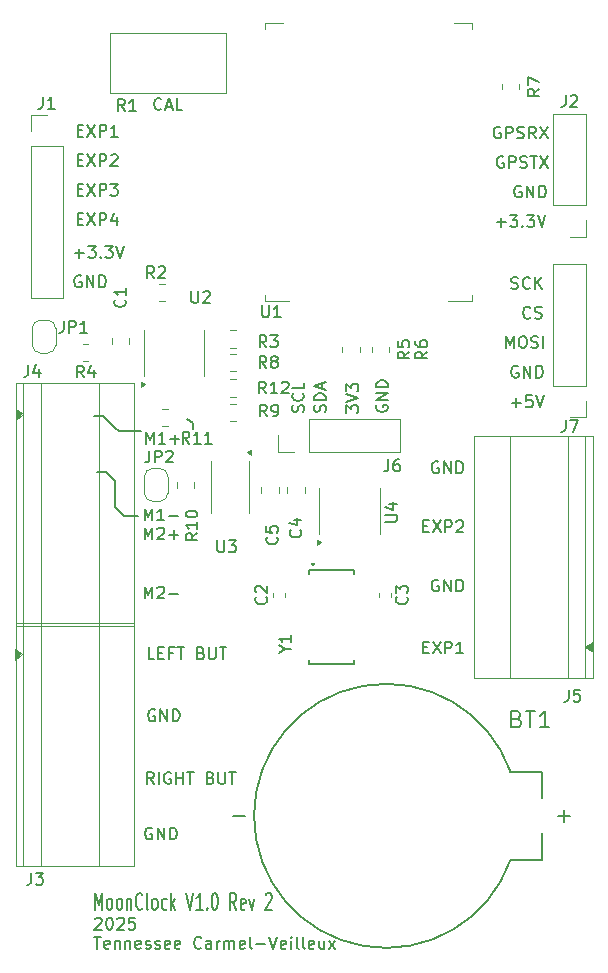
<source format=gto>
%TF.GenerationSoftware,KiCad,Pcbnew,9.0.2-rc1*%
%TF.CreationDate,2025-05-18T20:42:10-04:00*%
%TF.ProjectId,moonclock,6d6f6f6e-636c-46f6-936b-2e6b69636164,rev?*%
%TF.SameCoordinates,PX7088980PY3920060*%
%TF.FileFunction,Legend,Top*%
%TF.FilePolarity,Positive*%
%FSLAX46Y46*%
G04 Gerber Fmt 4.6, Leading zero omitted, Abs format (unit mm)*
G04 Created by KiCad (PCBNEW 9.0.2-rc1) date 2025-05-18 20:42:10*
%MOMM*%
%LPD*%
G01*
G04 APERTURE LIST*
%ADD10C,0.200000*%
%ADD11C,0.120000*%
%ADD12C,0.127000*%
%ADD13C,0.250000*%
%ADD14C,0.100000*%
G04 APERTURE END LIST*
D10*
X9500000Y-42100000D02*
X8750000Y-41350000D01*
X10750000Y-42100000D02*
X9500000Y-42100000D01*
X7750000Y-33600000D02*
X7000000Y-33600000D01*
X8750000Y-34600000D02*
X7750000Y-33600000D01*
X15400000Y-34200000D02*
X14900000Y-33900000D01*
X8750000Y-34600000D02*
X9100000Y-34850000D01*
X8750000Y-39100000D02*
X8000000Y-38350000D01*
X8750000Y-41350000D02*
X8750000Y-39100000D01*
X8000000Y-38350000D02*
X7250000Y-38350000D01*
X15400000Y-34700000D02*
X15400000Y-34200000D01*
X9100000Y-34850000D02*
X11000000Y-34900000D01*
X41069673Y-17236266D02*
X41831578Y-17236266D01*
X41450625Y-17617219D02*
X41450625Y-16855314D01*
X42212530Y-16617219D02*
X42831577Y-16617219D01*
X42831577Y-16617219D02*
X42498244Y-16998171D01*
X42498244Y-16998171D02*
X42641101Y-16998171D01*
X42641101Y-16998171D02*
X42736339Y-17045790D01*
X42736339Y-17045790D02*
X42783958Y-17093409D01*
X42783958Y-17093409D02*
X42831577Y-17188647D01*
X42831577Y-17188647D02*
X42831577Y-17426742D01*
X42831577Y-17426742D02*
X42783958Y-17521980D01*
X42783958Y-17521980D02*
X42736339Y-17569600D01*
X42736339Y-17569600D02*
X42641101Y-17617219D01*
X42641101Y-17617219D02*
X42355387Y-17617219D01*
X42355387Y-17617219D02*
X42260149Y-17569600D01*
X42260149Y-17569600D02*
X42212530Y-17521980D01*
X43260149Y-17521980D02*
X43307768Y-17569600D01*
X43307768Y-17569600D02*
X43260149Y-17617219D01*
X43260149Y-17617219D02*
X43212530Y-17569600D01*
X43212530Y-17569600D02*
X43260149Y-17521980D01*
X43260149Y-17521980D02*
X43260149Y-17617219D01*
X43641101Y-16617219D02*
X44260148Y-16617219D01*
X44260148Y-16617219D02*
X43926815Y-16998171D01*
X43926815Y-16998171D02*
X44069672Y-16998171D01*
X44069672Y-16998171D02*
X44164910Y-17045790D01*
X44164910Y-17045790D02*
X44212529Y-17093409D01*
X44212529Y-17093409D02*
X44260148Y-17188647D01*
X44260148Y-17188647D02*
X44260148Y-17426742D01*
X44260148Y-17426742D02*
X44212529Y-17521980D01*
X44212529Y-17521980D02*
X44164910Y-17569600D01*
X44164910Y-17569600D02*
X44069672Y-17617219D01*
X44069672Y-17617219D02*
X43783958Y-17617219D01*
X43783958Y-17617219D02*
X43688720Y-17569600D01*
X43688720Y-17569600D02*
X43641101Y-17521980D01*
X44545863Y-16617219D02*
X44879196Y-17617219D01*
X44879196Y-17617219D02*
X45212529Y-16617219D01*
X11269673Y-49067219D02*
X11269673Y-48067219D01*
X11269673Y-48067219D02*
X11603006Y-48781504D01*
X11603006Y-48781504D02*
X11936339Y-48067219D01*
X11936339Y-48067219D02*
X11936339Y-49067219D01*
X12364911Y-48162457D02*
X12412530Y-48114838D01*
X12412530Y-48114838D02*
X12507768Y-48067219D01*
X12507768Y-48067219D02*
X12745863Y-48067219D01*
X12745863Y-48067219D02*
X12841101Y-48114838D01*
X12841101Y-48114838D02*
X12888720Y-48162457D01*
X12888720Y-48162457D02*
X12936339Y-48257695D01*
X12936339Y-48257695D02*
X12936339Y-48352933D01*
X12936339Y-48352933D02*
X12888720Y-48495790D01*
X12888720Y-48495790D02*
X12317292Y-49067219D01*
X12317292Y-49067219D02*
X12936339Y-49067219D01*
X13364911Y-48686266D02*
X14126816Y-48686266D01*
X43941101Y-25271980D02*
X43893482Y-25319600D01*
X43893482Y-25319600D02*
X43750625Y-25367219D01*
X43750625Y-25367219D02*
X43655387Y-25367219D01*
X43655387Y-25367219D02*
X43512530Y-25319600D01*
X43512530Y-25319600D02*
X43417292Y-25224361D01*
X43417292Y-25224361D02*
X43369673Y-25129123D01*
X43369673Y-25129123D02*
X43322054Y-24938647D01*
X43322054Y-24938647D02*
X43322054Y-24795790D01*
X43322054Y-24795790D02*
X43369673Y-24605314D01*
X43369673Y-24605314D02*
X43417292Y-24510076D01*
X43417292Y-24510076D02*
X43512530Y-24414838D01*
X43512530Y-24414838D02*
X43655387Y-24367219D01*
X43655387Y-24367219D02*
X43750625Y-24367219D01*
X43750625Y-24367219D02*
X43893482Y-24414838D01*
X43893482Y-24414838D02*
X43941101Y-24462457D01*
X44322054Y-25319600D02*
X44464911Y-25367219D01*
X44464911Y-25367219D02*
X44703006Y-25367219D01*
X44703006Y-25367219D02*
X44798244Y-25319600D01*
X44798244Y-25319600D02*
X44845863Y-25271980D01*
X44845863Y-25271980D02*
X44893482Y-25176742D01*
X44893482Y-25176742D02*
X44893482Y-25081504D01*
X44893482Y-25081504D02*
X44845863Y-24986266D01*
X44845863Y-24986266D02*
X44798244Y-24938647D01*
X44798244Y-24938647D02*
X44703006Y-24891028D01*
X44703006Y-24891028D02*
X44512530Y-24843409D01*
X44512530Y-24843409D02*
X44417292Y-24795790D01*
X44417292Y-24795790D02*
X44369673Y-24748171D01*
X44369673Y-24748171D02*
X44322054Y-24652933D01*
X44322054Y-24652933D02*
X44322054Y-24557695D01*
X44322054Y-24557695D02*
X44369673Y-24462457D01*
X44369673Y-24462457D02*
X44417292Y-24414838D01*
X44417292Y-24414838D02*
X44512530Y-24367219D01*
X44512530Y-24367219D02*
X44750625Y-24367219D01*
X44750625Y-24367219D02*
X44893482Y-24414838D01*
X41869673Y-27867219D02*
X41869673Y-26867219D01*
X41869673Y-26867219D02*
X42203006Y-27581504D01*
X42203006Y-27581504D02*
X42536339Y-26867219D01*
X42536339Y-26867219D02*
X42536339Y-27867219D01*
X43203006Y-26867219D02*
X43393482Y-26867219D01*
X43393482Y-26867219D02*
X43488720Y-26914838D01*
X43488720Y-26914838D02*
X43583958Y-27010076D01*
X43583958Y-27010076D02*
X43631577Y-27200552D01*
X43631577Y-27200552D02*
X43631577Y-27533885D01*
X43631577Y-27533885D02*
X43583958Y-27724361D01*
X43583958Y-27724361D02*
X43488720Y-27819600D01*
X43488720Y-27819600D02*
X43393482Y-27867219D01*
X43393482Y-27867219D02*
X43203006Y-27867219D01*
X43203006Y-27867219D02*
X43107768Y-27819600D01*
X43107768Y-27819600D02*
X43012530Y-27724361D01*
X43012530Y-27724361D02*
X42964911Y-27533885D01*
X42964911Y-27533885D02*
X42964911Y-27200552D01*
X42964911Y-27200552D02*
X43012530Y-27010076D01*
X43012530Y-27010076D02*
X43107768Y-26914838D01*
X43107768Y-26914838D02*
X43203006Y-26867219D01*
X44012530Y-27819600D02*
X44155387Y-27867219D01*
X44155387Y-27867219D02*
X44393482Y-27867219D01*
X44393482Y-27867219D02*
X44488720Y-27819600D01*
X44488720Y-27819600D02*
X44536339Y-27771980D01*
X44536339Y-27771980D02*
X44583958Y-27676742D01*
X44583958Y-27676742D02*
X44583958Y-27581504D01*
X44583958Y-27581504D02*
X44536339Y-27486266D01*
X44536339Y-27486266D02*
X44488720Y-27438647D01*
X44488720Y-27438647D02*
X44393482Y-27391028D01*
X44393482Y-27391028D02*
X44203006Y-27343409D01*
X44203006Y-27343409D02*
X44107768Y-27295790D01*
X44107768Y-27295790D02*
X44060149Y-27248171D01*
X44060149Y-27248171D02*
X44012530Y-27152933D01*
X44012530Y-27152933D02*
X44012530Y-27057695D01*
X44012530Y-27057695D02*
X44060149Y-26962457D01*
X44060149Y-26962457D02*
X44107768Y-26914838D01*
X44107768Y-26914838D02*
X44203006Y-26867219D01*
X44203006Y-26867219D02*
X44441101Y-26867219D01*
X44441101Y-26867219D02*
X44583958Y-26914838D01*
X45012530Y-27867219D02*
X45012530Y-26867219D01*
X36143482Y-47514838D02*
X36048244Y-47467219D01*
X36048244Y-47467219D02*
X35905387Y-47467219D01*
X35905387Y-47467219D02*
X35762530Y-47514838D01*
X35762530Y-47514838D02*
X35667292Y-47610076D01*
X35667292Y-47610076D02*
X35619673Y-47705314D01*
X35619673Y-47705314D02*
X35572054Y-47895790D01*
X35572054Y-47895790D02*
X35572054Y-48038647D01*
X35572054Y-48038647D02*
X35619673Y-48229123D01*
X35619673Y-48229123D02*
X35667292Y-48324361D01*
X35667292Y-48324361D02*
X35762530Y-48419600D01*
X35762530Y-48419600D02*
X35905387Y-48467219D01*
X35905387Y-48467219D02*
X36000625Y-48467219D01*
X36000625Y-48467219D02*
X36143482Y-48419600D01*
X36143482Y-48419600D02*
X36191101Y-48371980D01*
X36191101Y-48371980D02*
X36191101Y-48038647D01*
X36191101Y-48038647D02*
X36000625Y-48038647D01*
X36619673Y-48467219D02*
X36619673Y-47467219D01*
X36619673Y-47467219D02*
X37191101Y-48467219D01*
X37191101Y-48467219D02*
X37191101Y-47467219D01*
X37667292Y-48467219D02*
X37667292Y-47467219D01*
X37667292Y-47467219D02*
X37905387Y-47467219D01*
X37905387Y-47467219D02*
X38048244Y-47514838D01*
X38048244Y-47514838D02*
X38143482Y-47610076D01*
X38143482Y-47610076D02*
X38191101Y-47705314D01*
X38191101Y-47705314D02*
X38238720Y-47895790D01*
X38238720Y-47895790D02*
X38238720Y-48038647D01*
X38238720Y-48038647D02*
X38191101Y-48229123D01*
X38191101Y-48229123D02*
X38143482Y-48324361D01*
X38143482Y-48324361D02*
X38048244Y-48419600D01*
X38048244Y-48419600D02*
X37905387Y-48467219D01*
X37905387Y-48467219D02*
X37667292Y-48467219D01*
X12691101Y-7621980D02*
X12643482Y-7669600D01*
X12643482Y-7669600D02*
X12500625Y-7717219D01*
X12500625Y-7717219D02*
X12405387Y-7717219D01*
X12405387Y-7717219D02*
X12262530Y-7669600D01*
X12262530Y-7669600D02*
X12167292Y-7574361D01*
X12167292Y-7574361D02*
X12119673Y-7479123D01*
X12119673Y-7479123D02*
X12072054Y-7288647D01*
X12072054Y-7288647D02*
X12072054Y-7145790D01*
X12072054Y-7145790D02*
X12119673Y-6955314D01*
X12119673Y-6955314D02*
X12167292Y-6860076D01*
X12167292Y-6860076D02*
X12262530Y-6764838D01*
X12262530Y-6764838D02*
X12405387Y-6717219D01*
X12405387Y-6717219D02*
X12500625Y-6717219D01*
X12500625Y-6717219D02*
X12643482Y-6764838D01*
X12643482Y-6764838D02*
X12691101Y-6812457D01*
X13072054Y-7431504D02*
X13548244Y-7431504D01*
X12976816Y-7717219D02*
X13310149Y-6717219D01*
X13310149Y-6717219D02*
X13643482Y-7717219D01*
X14453006Y-7717219D02*
X13976816Y-7717219D01*
X13976816Y-7717219D02*
X13976816Y-6717219D01*
X24719600Y-33277945D02*
X24767219Y-33135088D01*
X24767219Y-33135088D02*
X24767219Y-32896993D01*
X24767219Y-32896993D02*
X24719600Y-32801755D01*
X24719600Y-32801755D02*
X24671980Y-32754136D01*
X24671980Y-32754136D02*
X24576742Y-32706517D01*
X24576742Y-32706517D02*
X24481504Y-32706517D01*
X24481504Y-32706517D02*
X24386266Y-32754136D01*
X24386266Y-32754136D02*
X24338647Y-32801755D01*
X24338647Y-32801755D02*
X24291028Y-32896993D01*
X24291028Y-32896993D02*
X24243409Y-33087469D01*
X24243409Y-33087469D02*
X24195790Y-33182707D01*
X24195790Y-33182707D02*
X24148171Y-33230326D01*
X24148171Y-33230326D02*
X24052933Y-33277945D01*
X24052933Y-33277945D02*
X23957695Y-33277945D01*
X23957695Y-33277945D02*
X23862457Y-33230326D01*
X23862457Y-33230326D02*
X23814838Y-33182707D01*
X23814838Y-33182707D02*
X23767219Y-33087469D01*
X23767219Y-33087469D02*
X23767219Y-32849374D01*
X23767219Y-32849374D02*
X23814838Y-32706517D01*
X24671980Y-31706517D02*
X24719600Y-31754136D01*
X24719600Y-31754136D02*
X24767219Y-31896993D01*
X24767219Y-31896993D02*
X24767219Y-31992231D01*
X24767219Y-31992231D02*
X24719600Y-32135088D01*
X24719600Y-32135088D02*
X24624361Y-32230326D01*
X24624361Y-32230326D02*
X24529123Y-32277945D01*
X24529123Y-32277945D02*
X24338647Y-32325564D01*
X24338647Y-32325564D02*
X24195790Y-32325564D01*
X24195790Y-32325564D02*
X24005314Y-32277945D01*
X24005314Y-32277945D02*
X23910076Y-32230326D01*
X23910076Y-32230326D02*
X23814838Y-32135088D01*
X23814838Y-32135088D02*
X23767219Y-31992231D01*
X23767219Y-31992231D02*
X23767219Y-31896993D01*
X23767219Y-31896993D02*
X23814838Y-31754136D01*
X23814838Y-31754136D02*
X23862457Y-31706517D01*
X24767219Y-30801755D02*
X24767219Y-31277945D01*
X24767219Y-31277945D02*
X23767219Y-31277945D01*
X11269673Y-44067219D02*
X11269673Y-43067219D01*
X11269673Y-43067219D02*
X11603006Y-43781504D01*
X11603006Y-43781504D02*
X11936339Y-43067219D01*
X11936339Y-43067219D02*
X11936339Y-44067219D01*
X12364911Y-43162457D02*
X12412530Y-43114838D01*
X12412530Y-43114838D02*
X12507768Y-43067219D01*
X12507768Y-43067219D02*
X12745863Y-43067219D01*
X12745863Y-43067219D02*
X12841101Y-43114838D01*
X12841101Y-43114838D02*
X12888720Y-43162457D01*
X12888720Y-43162457D02*
X12936339Y-43257695D01*
X12936339Y-43257695D02*
X12936339Y-43352933D01*
X12936339Y-43352933D02*
X12888720Y-43495790D01*
X12888720Y-43495790D02*
X12317292Y-44067219D01*
X12317292Y-44067219D02*
X12936339Y-44067219D01*
X13364911Y-43686266D02*
X14126816Y-43686266D01*
X13745863Y-44067219D02*
X13745863Y-43305314D01*
X11269673Y-42467219D02*
X11269673Y-41467219D01*
X11269673Y-41467219D02*
X11603006Y-42181504D01*
X11603006Y-42181504D02*
X11936339Y-41467219D01*
X11936339Y-41467219D02*
X11936339Y-42467219D01*
X12936339Y-42467219D02*
X12364911Y-42467219D01*
X12650625Y-42467219D02*
X12650625Y-41467219D01*
X12650625Y-41467219D02*
X12555387Y-41610076D01*
X12555387Y-41610076D02*
X12460149Y-41705314D01*
X12460149Y-41705314D02*
X12364911Y-41752933D01*
X13364911Y-42086266D02*
X14126816Y-42086266D01*
X7072054Y-76202513D02*
X7119673Y-76154894D01*
X7119673Y-76154894D02*
X7214911Y-76107275D01*
X7214911Y-76107275D02*
X7453006Y-76107275D01*
X7453006Y-76107275D02*
X7548244Y-76154894D01*
X7548244Y-76154894D02*
X7595863Y-76202513D01*
X7595863Y-76202513D02*
X7643482Y-76297751D01*
X7643482Y-76297751D02*
X7643482Y-76392989D01*
X7643482Y-76392989D02*
X7595863Y-76535846D01*
X7595863Y-76535846D02*
X7024435Y-77107275D01*
X7024435Y-77107275D02*
X7643482Y-77107275D01*
X8262530Y-76107275D02*
X8357768Y-76107275D01*
X8357768Y-76107275D02*
X8453006Y-76154894D01*
X8453006Y-76154894D02*
X8500625Y-76202513D01*
X8500625Y-76202513D02*
X8548244Y-76297751D01*
X8548244Y-76297751D02*
X8595863Y-76488227D01*
X8595863Y-76488227D02*
X8595863Y-76726322D01*
X8595863Y-76726322D02*
X8548244Y-76916798D01*
X8548244Y-76916798D02*
X8500625Y-77012036D01*
X8500625Y-77012036D02*
X8453006Y-77059656D01*
X8453006Y-77059656D02*
X8357768Y-77107275D01*
X8357768Y-77107275D02*
X8262530Y-77107275D01*
X8262530Y-77107275D02*
X8167292Y-77059656D01*
X8167292Y-77059656D02*
X8119673Y-77012036D01*
X8119673Y-77012036D02*
X8072054Y-76916798D01*
X8072054Y-76916798D02*
X8024435Y-76726322D01*
X8024435Y-76726322D02*
X8024435Y-76488227D01*
X8024435Y-76488227D02*
X8072054Y-76297751D01*
X8072054Y-76297751D02*
X8119673Y-76202513D01*
X8119673Y-76202513D02*
X8167292Y-76154894D01*
X8167292Y-76154894D02*
X8262530Y-76107275D01*
X8976816Y-76202513D02*
X9024435Y-76154894D01*
X9024435Y-76154894D02*
X9119673Y-76107275D01*
X9119673Y-76107275D02*
X9357768Y-76107275D01*
X9357768Y-76107275D02*
X9453006Y-76154894D01*
X9453006Y-76154894D02*
X9500625Y-76202513D01*
X9500625Y-76202513D02*
X9548244Y-76297751D01*
X9548244Y-76297751D02*
X9548244Y-76392989D01*
X9548244Y-76392989D02*
X9500625Y-76535846D01*
X9500625Y-76535846D02*
X8929197Y-77107275D01*
X8929197Y-77107275D02*
X9548244Y-77107275D01*
X10453006Y-76107275D02*
X9976816Y-76107275D01*
X9976816Y-76107275D02*
X9929197Y-76583465D01*
X9929197Y-76583465D02*
X9976816Y-76535846D01*
X9976816Y-76535846D02*
X10072054Y-76488227D01*
X10072054Y-76488227D02*
X10310149Y-76488227D01*
X10310149Y-76488227D02*
X10405387Y-76535846D01*
X10405387Y-76535846D02*
X10453006Y-76583465D01*
X10453006Y-76583465D02*
X10500625Y-76678703D01*
X10500625Y-76678703D02*
X10500625Y-76916798D01*
X10500625Y-76916798D02*
X10453006Y-77012036D01*
X10453006Y-77012036D02*
X10405387Y-77059656D01*
X10405387Y-77059656D02*
X10310149Y-77107275D01*
X10310149Y-77107275D02*
X10072054Y-77107275D01*
X10072054Y-77107275D02*
X9976816Y-77059656D01*
X9976816Y-77059656D02*
X9929197Y-77012036D01*
X6976816Y-77717219D02*
X7548244Y-77717219D01*
X7262530Y-78717219D02*
X7262530Y-77717219D01*
X8262530Y-78669600D02*
X8167292Y-78717219D01*
X8167292Y-78717219D02*
X7976816Y-78717219D01*
X7976816Y-78717219D02*
X7881578Y-78669600D01*
X7881578Y-78669600D02*
X7833959Y-78574361D01*
X7833959Y-78574361D02*
X7833959Y-78193409D01*
X7833959Y-78193409D02*
X7881578Y-78098171D01*
X7881578Y-78098171D02*
X7976816Y-78050552D01*
X7976816Y-78050552D02*
X8167292Y-78050552D01*
X8167292Y-78050552D02*
X8262530Y-78098171D01*
X8262530Y-78098171D02*
X8310149Y-78193409D01*
X8310149Y-78193409D02*
X8310149Y-78288647D01*
X8310149Y-78288647D02*
X7833959Y-78383885D01*
X8738721Y-78050552D02*
X8738721Y-78717219D01*
X8738721Y-78145790D02*
X8786340Y-78098171D01*
X8786340Y-78098171D02*
X8881578Y-78050552D01*
X8881578Y-78050552D02*
X9024435Y-78050552D01*
X9024435Y-78050552D02*
X9119673Y-78098171D01*
X9119673Y-78098171D02*
X9167292Y-78193409D01*
X9167292Y-78193409D02*
X9167292Y-78717219D01*
X9643483Y-78050552D02*
X9643483Y-78717219D01*
X9643483Y-78145790D02*
X9691102Y-78098171D01*
X9691102Y-78098171D02*
X9786340Y-78050552D01*
X9786340Y-78050552D02*
X9929197Y-78050552D01*
X9929197Y-78050552D02*
X10024435Y-78098171D01*
X10024435Y-78098171D02*
X10072054Y-78193409D01*
X10072054Y-78193409D02*
X10072054Y-78717219D01*
X10929197Y-78669600D02*
X10833959Y-78717219D01*
X10833959Y-78717219D02*
X10643483Y-78717219D01*
X10643483Y-78717219D02*
X10548245Y-78669600D01*
X10548245Y-78669600D02*
X10500626Y-78574361D01*
X10500626Y-78574361D02*
X10500626Y-78193409D01*
X10500626Y-78193409D02*
X10548245Y-78098171D01*
X10548245Y-78098171D02*
X10643483Y-78050552D01*
X10643483Y-78050552D02*
X10833959Y-78050552D01*
X10833959Y-78050552D02*
X10929197Y-78098171D01*
X10929197Y-78098171D02*
X10976816Y-78193409D01*
X10976816Y-78193409D02*
X10976816Y-78288647D01*
X10976816Y-78288647D02*
X10500626Y-78383885D01*
X11357769Y-78669600D02*
X11453007Y-78717219D01*
X11453007Y-78717219D02*
X11643483Y-78717219D01*
X11643483Y-78717219D02*
X11738721Y-78669600D01*
X11738721Y-78669600D02*
X11786340Y-78574361D01*
X11786340Y-78574361D02*
X11786340Y-78526742D01*
X11786340Y-78526742D02*
X11738721Y-78431504D01*
X11738721Y-78431504D02*
X11643483Y-78383885D01*
X11643483Y-78383885D02*
X11500626Y-78383885D01*
X11500626Y-78383885D02*
X11405388Y-78336266D01*
X11405388Y-78336266D02*
X11357769Y-78241028D01*
X11357769Y-78241028D02*
X11357769Y-78193409D01*
X11357769Y-78193409D02*
X11405388Y-78098171D01*
X11405388Y-78098171D02*
X11500626Y-78050552D01*
X11500626Y-78050552D02*
X11643483Y-78050552D01*
X11643483Y-78050552D02*
X11738721Y-78098171D01*
X12167293Y-78669600D02*
X12262531Y-78717219D01*
X12262531Y-78717219D02*
X12453007Y-78717219D01*
X12453007Y-78717219D02*
X12548245Y-78669600D01*
X12548245Y-78669600D02*
X12595864Y-78574361D01*
X12595864Y-78574361D02*
X12595864Y-78526742D01*
X12595864Y-78526742D02*
X12548245Y-78431504D01*
X12548245Y-78431504D02*
X12453007Y-78383885D01*
X12453007Y-78383885D02*
X12310150Y-78383885D01*
X12310150Y-78383885D02*
X12214912Y-78336266D01*
X12214912Y-78336266D02*
X12167293Y-78241028D01*
X12167293Y-78241028D02*
X12167293Y-78193409D01*
X12167293Y-78193409D02*
X12214912Y-78098171D01*
X12214912Y-78098171D02*
X12310150Y-78050552D01*
X12310150Y-78050552D02*
X12453007Y-78050552D01*
X12453007Y-78050552D02*
X12548245Y-78098171D01*
X13405388Y-78669600D02*
X13310150Y-78717219D01*
X13310150Y-78717219D02*
X13119674Y-78717219D01*
X13119674Y-78717219D02*
X13024436Y-78669600D01*
X13024436Y-78669600D02*
X12976817Y-78574361D01*
X12976817Y-78574361D02*
X12976817Y-78193409D01*
X12976817Y-78193409D02*
X13024436Y-78098171D01*
X13024436Y-78098171D02*
X13119674Y-78050552D01*
X13119674Y-78050552D02*
X13310150Y-78050552D01*
X13310150Y-78050552D02*
X13405388Y-78098171D01*
X13405388Y-78098171D02*
X13453007Y-78193409D01*
X13453007Y-78193409D02*
X13453007Y-78288647D01*
X13453007Y-78288647D02*
X12976817Y-78383885D01*
X14262531Y-78669600D02*
X14167293Y-78717219D01*
X14167293Y-78717219D02*
X13976817Y-78717219D01*
X13976817Y-78717219D02*
X13881579Y-78669600D01*
X13881579Y-78669600D02*
X13833960Y-78574361D01*
X13833960Y-78574361D02*
X13833960Y-78193409D01*
X13833960Y-78193409D02*
X13881579Y-78098171D01*
X13881579Y-78098171D02*
X13976817Y-78050552D01*
X13976817Y-78050552D02*
X14167293Y-78050552D01*
X14167293Y-78050552D02*
X14262531Y-78098171D01*
X14262531Y-78098171D02*
X14310150Y-78193409D01*
X14310150Y-78193409D02*
X14310150Y-78288647D01*
X14310150Y-78288647D02*
X13833960Y-78383885D01*
X16072055Y-78621980D02*
X16024436Y-78669600D01*
X16024436Y-78669600D02*
X15881579Y-78717219D01*
X15881579Y-78717219D02*
X15786341Y-78717219D01*
X15786341Y-78717219D02*
X15643484Y-78669600D01*
X15643484Y-78669600D02*
X15548246Y-78574361D01*
X15548246Y-78574361D02*
X15500627Y-78479123D01*
X15500627Y-78479123D02*
X15453008Y-78288647D01*
X15453008Y-78288647D02*
X15453008Y-78145790D01*
X15453008Y-78145790D02*
X15500627Y-77955314D01*
X15500627Y-77955314D02*
X15548246Y-77860076D01*
X15548246Y-77860076D02*
X15643484Y-77764838D01*
X15643484Y-77764838D02*
X15786341Y-77717219D01*
X15786341Y-77717219D02*
X15881579Y-77717219D01*
X15881579Y-77717219D02*
X16024436Y-77764838D01*
X16024436Y-77764838D02*
X16072055Y-77812457D01*
X16929198Y-78717219D02*
X16929198Y-78193409D01*
X16929198Y-78193409D02*
X16881579Y-78098171D01*
X16881579Y-78098171D02*
X16786341Y-78050552D01*
X16786341Y-78050552D02*
X16595865Y-78050552D01*
X16595865Y-78050552D02*
X16500627Y-78098171D01*
X16929198Y-78669600D02*
X16833960Y-78717219D01*
X16833960Y-78717219D02*
X16595865Y-78717219D01*
X16595865Y-78717219D02*
X16500627Y-78669600D01*
X16500627Y-78669600D02*
X16453008Y-78574361D01*
X16453008Y-78574361D02*
X16453008Y-78479123D01*
X16453008Y-78479123D02*
X16500627Y-78383885D01*
X16500627Y-78383885D02*
X16595865Y-78336266D01*
X16595865Y-78336266D02*
X16833960Y-78336266D01*
X16833960Y-78336266D02*
X16929198Y-78288647D01*
X17405389Y-78717219D02*
X17405389Y-78050552D01*
X17405389Y-78241028D02*
X17453008Y-78145790D01*
X17453008Y-78145790D02*
X17500627Y-78098171D01*
X17500627Y-78098171D02*
X17595865Y-78050552D01*
X17595865Y-78050552D02*
X17691103Y-78050552D01*
X18024437Y-78717219D02*
X18024437Y-78050552D01*
X18024437Y-78145790D02*
X18072056Y-78098171D01*
X18072056Y-78098171D02*
X18167294Y-78050552D01*
X18167294Y-78050552D02*
X18310151Y-78050552D01*
X18310151Y-78050552D02*
X18405389Y-78098171D01*
X18405389Y-78098171D02*
X18453008Y-78193409D01*
X18453008Y-78193409D02*
X18453008Y-78717219D01*
X18453008Y-78193409D02*
X18500627Y-78098171D01*
X18500627Y-78098171D02*
X18595865Y-78050552D01*
X18595865Y-78050552D02*
X18738722Y-78050552D01*
X18738722Y-78050552D02*
X18833961Y-78098171D01*
X18833961Y-78098171D02*
X18881580Y-78193409D01*
X18881580Y-78193409D02*
X18881580Y-78717219D01*
X19738722Y-78669600D02*
X19643484Y-78717219D01*
X19643484Y-78717219D02*
X19453008Y-78717219D01*
X19453008Y-78717219D02*
X19357770Y-78669600D01*
X19357770Y-78669600D02*
X19310151Y-78574361D01*
X19310151Y-78574361D02*
X19310151Y-78193409D01*
X19310151Y-78193409D02*
X19357770Y-78098171D01*
X19357770Y-78098171D02*
X19453008Y-78050552D01*
X19453008Y-78050552D02*
X19643484Y-78050552D01*
X19643484Y-78050552D02*
X19738722Y-78098171D01*
X19738722Y-78098171D02*
X19786341Y-78193409D01*
X19786341Y-78193409D02*
X19786341Y-78288647D01*
X19786341Y-78288647D02*
X19310151Y-78383885D01*
X20357770Y-78717219D02*
X20262532Y-78669600D01*
X20262532Y-78669600D02*
X20214913Y-78574361D01*
X20214913Y-78574361D02*
X20214913Y-77717219D01*
X20738723Y-78336266D02*
X21500628Y-78336266D01*
X21833961Y-77717219D02*
X22167294Y-78717219D01*
X22167294Y-78717219D02*
X22500627Y-77717219D01*
X23214913Y-78669600D02*
X23119675Y-78717219D01*
X23119675Y-78717219D02*
X22929199Y-78717219D01*
X22929199Y-78717219D02*
X22833961Y-78669600D01*
X22833961Y-78669600D02*
X22786342Y-78574361D01*
X22786342Y-78574361D02*
X22786342Y-78193409D01*
X22786342Y-78193409D02*
X22833961Y-78098171D01*
X22833961Y-78098171D02*
X22929199Y-78050552D01*
X22929199Y-78050552D02*
X23119675Y-78050552D01*
X23119675Y-78050552D02*
X23214913Y-78098171D01*
X23214913Y-78098171D02*
X23262532Y-78193409D01*
X23262532Y-78193409D02*
X23262532Y-78288647D01*
X23262532Y-78288647D02*
X22786342Y-78383885D01*
X23691104Y-78717219D02*
X23691104Y-78050552D01*
X23691104Y-77717219D02*
X23643485Y-77764838D01*
X23643485Y-77764838D02*
X23691104Y-77812457D01*
X23691104Y-77812457D02*
X23738723Y-77764838D01*
X23738723Y-77764838D02*
X23691104Y-77717219D01*
X23691104Y-77717219D02*
X23691104Y-77812457D01*
X24310151Y-78717219D02*
X24214913Y-78669600D01*
X24214913Y-78669600D02*
X24167294Y-78574361D01*
X24167294Y-78574361D02*
X24167294Y-77717219D01*
X24833961Y-78717219D02*
X24738723Y-78669600D01*
X24738723Y-78669600D02*
X24691104Y-78574361D01*
X24691104Y-78574361D02*
X24691104Y-77717219D01*
X25595866Y-78669600D02*
X25500628Y-78717219D01*
X25500628Y-78717219D02*
X25310152Y-78717219D01*
X25310152Y-78717219D02*
X25214914Y-78669600D01*
X25214914Y-78669600D02*
X25167295Y-78574361D01*
X25167295Y-78574361D02*
X25167295Y-78193409D01*
X25167295Y-78193409D02*
X25214914Y-78098171D01*
X25214914Y-78098171D02*
X25310152Y-78050552D01*
X25310152Y-78050552D02*
X25500628Y-78050552D01*
X25500628Y-78050552D02*
X25595866Y-78098171D01*
X25595866Y-78098171D02*
X25643485Y-78193409D01*
X25643485Y-78193409D02*
X25643485Y-78288647D01*
X25643485Y-78288647D02*
X25167295Y-78383885D01*
X26500628Y-78050552D02*
X26500628Y-78717219D01*
X26072057Y-78050552D02*
X26072057Y-78574361D01*
X26072057Y-78574361D02*
X26119676Y-78669600D01*
X26119676Y-78669600D02*
X26214914Y-78717219D01*
X26214914Y-78717219D02*
X26357771Y-78717219D01*
X26357771Y-78717219D02*
X26453009Y-78669600D01*
X26453009Y-78669600D02*
X26500628Y-78621980D01*
X26881581Y-78717219D02*
X27405390Y-78050552D01*
X26881581Y-78050552D02*
X27405390Y-78717219D01*
X5619673Y-11943409D02*
X5953006Y-11943409D01*
X6095863Y-12467219D02*
X5619673Y-12467219D01*
X5619673Y-12467219D02*
X5619673Y-11467219D01*
X5619673Y-11467219D02*
X6095863Y-11467219D01*
X6429197Y-11467219D02*
X7095863Y-12467219D01*
X7095863Y-11467219D02*
X6429197Y-12467219D01*
X7476816Y-12467219D02*
X7476816Y-11467219D01*
X7476816Y-11467219D02*
X7857768Y-11467219D01*
X7857768Y-11467219D02*
X7953006Y-11514838D01*
X7953006Y-11514838D02*
X8000625Y-11562457D01*
X8000625Y-11562457D02*
X8048244Y-11657695D01*
X8048244Y-11657695D02*
X8048244Y-11800552D01*
X8048244Y-11800552D02*
X8000625Y-11895790D01*
X8000625Y-11895790D02*
X7953006Y-11943409D01*
X7953006Y-11943409D02*
X7857768Y-11991028D01*
X7857768Y-11991028D02*
X7476816Y-11991028D01*
X8429197Y-11562457D02*
X8476816Y-11514838D01*
X8476816Y-11514838D02*
X8572054Y-11467219D01*
X8572054Y-11467219D02*
X8810149Y-11467219D01*
X8810149Y-11467219D02*
X8905387Y-11514838D01*
X8905387Y-11514838D02*
X8953006Y-11562457D01*
X8953006Y-11562457D02*
X9000625Y-11657695D01*
X9000625Y-11657695D02*
X9000625Y-11752933D01*
X9000625Y-11752933D02*
X8953006Y-11895790D01*
X8953006Y-11895790D02*
X8381578Y-12467219D01*
X8381578Y-12467219D02*
X9000625Y-12467219D01*
X5893482Y-21764838D02*
X5798244Y-21717219D01*
X5798244Y-21717219D02*
X5655387Y-21717219D01*
X5655387Y-21717219D02*
X5512530Y-21764838D01*
X5512530Y-21764838D02*
X5417292Y-21860076D01*
X5417292Y-21860076D02*
X5369673Y-21955314D01*
X5369673Y-21955314D02*
X5322054Y-22145790D01*
X5322054Y-22145790D02*
X5322054Y-22288647D01*
X5322054Y-22288647D02*
X5369673Y-22479123D01*
X5369673Y-22479123D02*
X5417292Y-22574361D01*
X5417292Y-22574361D02*
X5512530Y-22669600D01*
X5512530Y-22669600D02*
X5655387Y-22717219D01*
X5655387Y-22717219D02*
X5750625Y-22717219D01*
X5750625Y-22717219D02*
X5893482Y-22669600D01*
X5893482Y-22669600D02*
X5941101Y-22621980D01*
X5941101Y-22621980D02*
X5941101Y-22288647D01*
X5941101Y-22288647D02*
X5750625Y-22288647D01*
X6369673Y-22717219D02*
X6369673Y-21717219D01*
X6369673Y-21717219D02*
X6941101Y-22717219D01*
X6941101Y-22717219D02*
X6941101Y-21717219D01*
X7417292Y-22717219D02*
X7417292Y-21717219D01*
X7417292Y-21717219D02*
X7655387Y-21717219D01*
X7655387Y-21717219D02*
X7798244Y-21764838D01*
X7798244Y-21764838D02*
X7893482Y-21860076D01*
X7893482Y-21860076D02*
X7941101Y-21955314D01*
X7941101Y-21955314D02*
X7988720Y-22145790D01*
X7988720Y-22145790D02*
X7988720Y-22288647D01*
X7988720Y-22288647D02*
X7941101Y-22479123D01*
X7941101Y-22479123D02*
X7893482Y-22574361D01*
X7893482Y-22574361D02*
X7798244Y-22669600D01*
X7798244Y-22669600D02*
X7655387Y-22717219D01*
X7655387Y-22717219D02*
X7417292Y-22717219D01*
X42893482Y-29414838D02*
X42798244Y-29367219D01*
X42798244Y-29367219D02*
X42655387Y-29367219D01*
X42655387Y-29367219D02*
X42512530Y-29414838D01*
X42512530Y-29414838D02*
X42417292Y-29510076D01*
X42417292Y-29510076D02*
X42369673Y-29605314D01*
X42369673Y-29605314D02*
X42322054Y-29795790D01*
X42322054Y-29795790D02*
X42322054Y-29938647D01*
X42322054Y-29938647D02*
X42369673Y-30129123D01*
X42369673Y-30129123D02*
X42417292Y-30224361D01*
X42417292Y-30224361D02*
X42512530Y-30319600D01*
X42512530Y-30319600D02*
X42655387Y-30367219D01*
X42655387Y-30367219D02*
X42750625Y-30367219D01*
X42750625Y-30367219D02*
X42893482Y-30319600D01*
X42893482Y-30319600D02*
X42941101Y-30271980D01*
X42941101Y-30271980D02*
X42941101Y-29938647D01*
X42941101Y-29938647D02*
X42750625Y-29938647D01*
X43369673Y-30367219D02*
X43369673Y-29367219D01*
X43369673Y-29367219D02*
X43941101Y-30367219D01*
X43941101Y-30367219D02*
X43941101Y-29367219D01*
X44417292Y-30367219D02*
X44417292Y-29367219D01*
X44417292Y-29367219D02*
X44655387Y-29367219D01*
X44655387Y-29367219D02*
X44798244Y-29414838D01*
X44798244Y-29414838D02*
X44893482Y-29510076D01*
X44893482Y-29510076D02*
X44941101Y-29605314D01*
X44941101Y-29605314D02*
X44988720Y-29795790D01*
X44988720Y-29795790D02*
X44988720Y-29938647D01*
X44988720Y-29938647D02*
X44941101Y-30129123D01*
X44941101Y-30129123D02*
X44893482Y-30224361D01*
X44893482Y-30224361D02*
X44798244Y-30319600D01*
X44798244Y-30319600D02*
X44655387Y-30367219D01*
X44655387Y-30367219D02*
X44417292Y-30367219D01*
X11369673Y-35967219D02*
X11369673Y-34967219D01*
X11369673Y-34967219D02*
X11703006Y-35681504D01*
X11703006Y-35681504D02*
X12036339Y-34967219D01*
X12036339Y-34967219D02*
X12036339Y-35967219D01*
X13036339Y-35967219D02*
X12464911Y-35967219D01*
X12750625Y-35967219D02*
X12750625Y-34967219D01*
X12750625Y-34967219D02*
X12655387Y-35110076D01*
X12655387Y-35110076D02*
X12560149Y-35205314D01*
X12560149Y-35205314D02*
X12464911Y-35252933D01*
X13464911Y-35586266D02*
X14226816Y-35586266D01*
X13845863Y-35967219D02*
X13845863Y-35205314D01*
X34869673Y-42943409D02*
X35203006Y-42943409D01*
X35345863Y-43467219D02*
X34869673Y-43467219D01*
X34869673Y-43467219D02*
X34869673Y-42467219D01*
X34869673Y-42467219D02*
X35345863Y-42467219D01*
X35679197Y-42467219D02*
X36345863Y-43467219D01*
X36345863Y-42467219D02*
X35679197Y-43467219D01*
X36726816Y-43467219D02*
X36726816Y-42467219D01*
X36726816Y-42467219D02*
X37107768Y-42467219D01*
X37107768Y-42467219D02*
X37203006Y-42514838D01*
X37203006Y-42514838D02*
X37250625Y-42562457D01*
X37250625Y-42562457D02*
X37298244Y-42657695D01*
X37298244Y-42657695D02*
X37298244Y-42800552D01*
X37298244Y-42800552D02*
X37250625Y-42895790D01*
X37250625Y-42895790D02*
X37203006Y-42943409D01*
X37203006Y-42943409D02*
X37107768Y-42991028D01*
X37107768Y-42991028D02*
X36726816Y-42991028D01*
X37679197Y-42562457D02*
X37726816Y-42514838D01*
X37726816Y-42514838D02*
X37822054Y-42467219D01*
X37822054Y-42467219D02*
X38060149Y-42467219D01*
X38060149Y-42467219D02*
X38155387Y-42514838D01*
X38155387Y-42514838D02*
X38203006Y-42562457D01*
X38203006Y-42562457D02*
X38250625Y-42657695D01*
X38250625Y-42657695D02*
X38250625Y-42752933D01*
X38250625Y-42752933D02*
X38203006Y-42895790D01*
X38203006Y-42895790D02*
X37631578Y-43467219D01*
X37631578Y-43467219D02*
X38250625Y-43467219D01*
X12143482Y-58514838D02*
X12048244Y-58467219D01*
X12048244Y-58467219D02*
X11905387Y-58467219D01*
X11905387Y-58467219D02*
X11762530Y-58514838D01*
X11762530Y-58514838D02*
X11667292Y-58610076D01*
X11667292Y-58610076D02*
X11619673Y-58705314D01*
X11619673Y-58705314D02*
X11572054Y-58895790D01*
X11572054Y-58895790D02*
X11572054Y-59038647D01*
X11572054Y-59038647D02*
X11619673Y-59229123D01*
X11619673Y-59229123D02*
X11667292Y-59324361D01*
X11667292Y-59324361D02*
X11762530Y-59419600D01*
X11762530Y-59419600D02*
X11905387Y-59467219D01*
X11905387Y-59467219D02*
X12000625Y-59467219D01*
X12000625Y-59467219D02*
X12143482Y-59419600D01*
X12143482Y-59419600D02*
X12191101Y-59371980D01*
X12191101Y-59371980D02*
X12191101Y-59038647D01*
X12191101Y-59038647D02*
X12000625Y-59038647D01*
X12619673Y-59467219D02*
X12619673Y-58467219D01*
X12619673Y-58467219D02*
X13191101Y-59467219D01*
X13191101Y-59467219D02*
X13191101Y-58467219D01*
X13667292Y-59467219D02*
X13667292Y-58467219D01*
X13667292Y-58467219D02*
X13905387Y-58467219D01*
X13905387Y-58467219D02*
X14048244Y-58514838D01*
X14048244Y-58514838D02*
X14143482Y-58610076D01*
X14143482Y-58610076D02*
X14191101Y-58705314D01*
X14191101Y-58705314D02*
X14238720Y-58895790D01*
X14238720Y-58895790D02*
X14238720Y-59038647D01*
X14238720Y-59038647D02*
X14191101Y-59229123D01*
X14191101Y-59229123D02*
X14143482Y-59324361D01*
X14143482Y-59324361D02*
X14048244Y-59419600D01*
X14048244Y-59419600D02*
X13905387Y-59467219D01*
X13905387Y-59467219D02*
X13667292Y-59467219D01*
X5369673Y-19836266D02*
X6131578Y-19836266D01*
X5750625Y-20217219D02*
X5750625Y-19455314D01*
X6512530Y-19217219D02*
X7131577Y-19217219D01*
X7131577Y-19217219D02*
X6798244Y-19598171D01*
X6798244Y-19598171D02*
X6941101Y-19598171D01*
X6941101Y-19598171D02*
X7036339Y-19645790D01*
X7036339Y-19645790D02*
X7083958Y-19693409D01*
X7083958Y-19693409D02*
X7131577Y-19788647D01*
X7131577Y-19788647D02*
X7131577Y-20026742D01*
X7131577Y-20026742D02*
X7083958Y-20121980D01*
X7083958Y-20121980D02*
X7036339Y-20169600D01*
X7036339Y-20169600D02*
X6941101Y-20217219D01*
X6941101Y-20217219D02*
X6655387Y-20217219D01*
X6655387Y-20217219D02*
X6560149Y-20169600D01*
X6560149Y-20169600D02*
X6512530Y-20121980D01*
X7560149Y-20121980D02*
X7607768Y-20169600D01*
X7607768Y-20169600D02*
X7560149Y-20217219D01*
X7560149Y-20217219D02*
X7512530Y-20169600D01*
X7512530Y-20169600D02*
X7560149Y-20121980D01*
X7560149Y-20121980D02*
X7560149Y-20217219D01*
X7941101Y-19217219D02*
X8560148Y-19217219D01*
X8560148Y-19217219D02*
X8226815Y-19598171D01*
X8226815Y-19598171D02*
X8369672Y-19598171D01*
X8369672Y-19598171D02*
X8464910Y-19645790D01*
X8464910Y-19645790D02*
X8512529Y-19693409D01*
X8512529Y-19693409D02*
X8560148Y-19788647D01*
X8560148Y-19788647D02*
X8560148Y-20026742D01*
X8560148Y-20026742D02*
X8512529Y-20121980D01*
X8512529Y-20121980D02*
X8464910Y-20169600D01*
X8464910Y-20169600D02*
X8369672Y-20217219D01*
X8369672Y-20217219D02*
X8083958Y-20217219D01*
X8083958Y-20217219D02*
X7988720Y-20169600D01*
X7988720Y-20169600D02*
X7941101Y-20121980D01*
X8845863Y-19217219D02*
X9179196Y-20217219D01*
X9179196Y-20217219D02*
X9512529Y-19217219D01*
X41643482Y-11664838D02*
X41548244Y-11617219D01*
X41548244Y-11617219D02*
X41405387Y-11617219D01*
X41405387Y-11617219D02*
X41262530Y-11664838D01*
X41262530Y-11664838D02*
X41167292Y-11760076D01*
X41167292Y-11760076D02*
X41119673Y-11855314D01*
X41119673Y-11855314D02*
X41072054Y-12045790D01*
X41072054Y-12045790D02*
X41072054Y-12188647D01*
X41072054Y-12188647D02*
X41119673Y-12379123D01*
X41119673Y-12379123D02*
X41167292Y-12474361D01*
X41167292Y-12474361D02*
X41262530Y-12569600D01*
X41262530Y-12569600D02*
X41405387Y-12617219D01*
X41405387Y-12617219D02*
X41500625Y-12617219D01*
X41500625Y-12617219D02*
X41643482Y-12569600D01*
X41643482Y-12569600D02*
X41691101Y-12521980D01*
X41691101Y-12521980D02*
X41691101Y-12188647D01*
X41691101Y-12188647D02*
X41500625Y-12188647D01*
X42119673Y-12617219D02*
X42119673Y-11617219D01*
X42119673Y-11617219D02*
X42500625Y-11617219D01*
X42500625Y-11617219D02*
X42595863Y-11664838D01*
X42595863Y-11664838D02*
X42643482Y-11712457D01*
X42643482Y-11712457D02*
X42691101Y-11807695D01*
X42691101Y-11807695D02*
X42691101Y-11950552D01*
X42691101Y-11950552D02*
X42643482Y-12045790D01*
X42643482Y-12045790D02*
X42595863Y-12093409D01*
X42595863Y-12093409D02*
X42500625Y-12141028D01*
X42500625Y-12141028D02*
X42119673Y-12141028D01*
X43072054Y-12569600D02*
X43214911Y-12617219D01*
X43214911Y-12617219D02*
X43453006Y-12617219D01*
X43453006Y-12617219D02*
X43548244Y-12569600D01*
X43548244Y-12569600D02*
X43595863Y-12521980D01*
X43595863Y-12521980D02*
X43643482Y-12426742D01*
X43643482Y-12426742D02*
X43643482Y-12331504D01*
X43643482Y-12331504D02*
X43595863Y-12236266D01*
X43595863Y-12236266D02*
X43548244Y-12188647D01*
X43548244Y-12188647D02*
X43453006Y-12141028D01*
X43453006Y-12141028D02*
X43262530Y-12093409D01*
X43262530Y-12093409D02*
X43167292Y-12045790D01*
X43167292Y-12045790D02*
X43119673Y-11998171D01*
X43119673Y-11998171D02*
X43072054Y-11902933D01*
X43072054Y-11902933D02*
X43072054Y-11807695D01*
X43072054Y-11807695D02*
X43119673Y-11712457D01*
X43119673Y-11712457D02*
X43167292Y-11664838D01*
X43167292Y-11664838D02*
X43262530Y-11617219D01*
X43262530Y-11617219D02*
X43500625Y-11617219D01*
X43500625Y-11617219D02*
X43643482Y-11664838D01*
X43929197Y-11617219D02*
X44500625Y-11617219D01*
X44214911Y-12617219D02*
X44214911Y-11617219D01*
X44738721Y-11617219D02*
X45405387Y-12617219D01*
X45405387Y-11617219D02*
X44738721Y-12617219D01*
X42369673Y-32486266D02*
X43131578Y-32486266D01*
X42750625Y-32867219D02*
X42750625Y-32105314D01*
X44083958Y-31867219D02*
X43607768Y-31867219D01*
X43607768Y-31867219D02*
X43560149Y-32343409D01*
X43560149Y-32343409D02*
X43607768Y-32295790D01*
X43607768Y-32295790D02*
X43703006Y-32248171D01*
X43703006Y-32248171D02*
X43941101Y-32248171D01*
X43941101Y-32248171D02*
X44036339Y-32295790D01*
X44036339Y-32295790D02*
X44083958Y-32343409D01*
X44083958Y-32343409D02*
X44131577Y-32438647D01*
X44131577Y-32438647D02*
X44131577Y-32676742D01*
X44131577Y-32676742D02*
X44083958Y-32771980D01*
X44083958Y-32771980D02*
X44036339Y-32819600D01*
X44036339Y-32819600D02*
X43941101Y-32867219D01*
X43941101Y-32867219D02*
X43703006Y-32867219D01*
X43703006Y-32867219D02*
X43607768Y-32819600D01*
X43607768Y-32819600D02*
X43560149Y-32771980D01*
X44417292Y-31867219D02*
X44750625Y-32867219D01*
X44750625Y-32867219D02*
X45083958Y-31867219D01*
X12095863Y-54217219D02*
X11619673Y-54217219D01*
X11619673Y-54217219D02*
X11619673Y-53217219D01*
X12429197Y-53693409D02*
X12762530Y-53693409D01*
X12905387Y-54217219D02*
X12429197Y-54217219D01*
X12429197Y-54217219D02*
X12429197Y-53217219D01*
X12429197Y-53217219D02*
X12905387Y-53217219D01*
X13667292Y-53693409D02*
X13333959Y-53693409D01*
X13333959Y-54217219D02*
X13333959Y-53217219D01*
X13333959Y-53217219D02*
X13810149Y-53217219D01*
X14048245Y-53217219D02*
X14619673Y-53217219D01*
X14333959Y-54217219D02*
X14333959Y-53217219D01*
X16048245Y-53693409D02*
X16191102Y-53741028D01*
X16191102Y-53741028D02*
X16238721Y-53788647D01*
X16238721Y-53788647D02*
X16286340Y-53883885D01*
X16286340Y-53883885D02*
X16286340Y-54026742D01*
X16286340Y-54026742D02*
X16238721Y-54121980D01*
X16238721Y-54121980D02*
X16191102Y-54169600D01*
X16191102Y-54169600D02*
X16095864Y-54217219D01*
X16095864Y-54217219D02*
X15714912Y-54217219D01*
X15714912Y-54217219D02*
X15714912Y-53217219D01*
X15714912Y-53217219D02*
X16048245Y-53217219D01*
X16048245Y-53217219D02*
X16143483Y-53264838D01*
X16143483Y-53264838D02*
X16191102Y-53312457D01*
X16191102Y-53312457D02*
X16238721Y-53407695D01*
X16238721Y-53407695D02*
X16238721Y-53502933D01*
X16238721Y-53502933D02*
X16191102Y-53598171D01*
X16191102Y-53598171D02*
X16143483Y-53645790D01*
X16143483Y-53645790D02*
X16048245Y-53693409D01*
X16048245Y-53693409D02*
X15714912Y-53693409D01*
X16714912Y-53217219D02*
X16714912Y-54026742D01*
X16714912Y-54026742D02*
X16762531Y-54121980D01*
X16762531Y-54121980D02*
X16810150Y-54169600D01*
X16810150Y-54169600D02*
X16905388Y-54217219D01*
X16905388Y-54217219D02*
X17095864Y-54217219D01*
X17095864Y-54217219D02*
X17191102Y-54169600D01*
X17191102Y-54169600D02*
X17238721Y-54121980D01*
X17238721Y-54121980D02*
X17286340Y-54026742D01*
X17286340Y-54026742D02*
X17286340Y-53217219D01*
X17619674Y-53217219D02*
X18191102Y-53217219D01*
X17905388Y-54217219D02*
X17905388Y-53217219D01*
X42322054Y-22819600D02*
X42464911Y-22867219D01*
X42464911Y-22867219D02*
X42703006Y-22867219D01*
X42703006Y-22867219D02*
X42798244Y-22819600D01*
X42798244Y-22819600D02*
X42845863Y-22771980D01*
X42845863Y-22771980D02*
X42893482Y-22676742D01*
X42893482Y-22676742D02*
X42893482Y-22581504D01*
X42893482Y-22581504D02*
X42845863Y-22486266D01*
X42845863Y-22486266D02*
X42798244Y-22438647D01*
X42798244Y-22438647D02*
X42703006Y-22391028D01*
X42703006Y-22391028D02*
X42512530Y-22343409D01*
X42512530Y-22343409D02*
X42417292Y-22295790D01*
X42417292Y-22295790D02*
X42369673Y-22248171D01*
X42369673Y-22248171D02*
X42322054Y-22152933D01*
X42322054Y-22152933D02*
X42322054Y-22057695D01*
X42322054Y-22057695D02*
X42369673Y-21962457D01*
X42369673Y-21962457D02*
X42417292Y-21914838D01*
X42417292Y-21914838D02*
X42512530Y-21867219D01*
X42512530Y-21867219D02*
X42750625Y-21867219D01*
X42750625Y-21867219D02*
X42893482Y-21914838D01*
X43893482Y-22771980D02*
X43845863Y-22819600D01*
X43845863Y-22819600D02*
X43703006Y-22867219D01*
X43703006Y-22867219D02*
X43607768Y-22867219D01*
X43607768Y-22867219D02*
X43464911Y-22819600D01*
X43464911Y-22819600D02*
X43369673Y-22724361D01*
X43369673Y-22724361D02*
X43322054Y-22629123D01*
X43322054Y-22629123D02*
X43274435Y-22438647D01*
X43274435Y-22438647D02*
X43274435Y-22295790D01*
X43274435Y-22295790D02*
X43322054Y-22105314D01*
X43322054Y-22105314D02*
X43369673Y-22010076D01*
X43369673Y-22010076D02*
X43464911Y-21914838D01*
X43464911Y-21914838D02*
X43607768Y-21867219D01*
X43607768Y-21867219D02*
X43703006Y-21867219D01*
X43703006Y-21867219D02*
X43845863Y-21914838D01*
X43845863Y-21914838D02*
X43893482Y-21962457D01*
X44322054Y-22867219D02*
X44322054Y-21867219D01*
X44893482Y-22867219D02*
X44464911Y-22295790D01*
X44893482Y-21867219D02*
X44322054Y-22438647D01*
X43143482Y-14164838D02*
X43048244Y-14117219D01*
X43048244Y-14117219D02*
X42905387Y-14117219D01*
X42905387Y-14117219D02*
X42762530Y-14164838D01*
X42762530Y-14164838D02*
X42667292Y-14260076D01*
X42667292Y-14260076D02*
X42619673Y-14355314D01*
X42619673Y-14355314D02*
X42572054Y-14545790D01*
X42572054Y-14545790D02*
X42572054Y-14688647D01*
X42572054Y-14688647D02*
X42619673Y-14879123D01*
X42619673Y-14879123D02*
X42667292Y-14974361D01*
X42667292Y-14974361D02*
X42762530Y-15069600D01*
X42762530Y-15069600D02*
X42905387Y-15117219D01*
X42905387Y-15117219D02*
X43000625Y-15117219D01*
X43000625Y-15117219D02*
X43143482Y-15069600D01*
X43143482Y-15069600D02*
X43191101Y-15021980D01*
X43191101Y-15021980D02*
X43191101Y-14688647D01*
X43191101Y-14688647D02*
X43000625Y-14688647D01*
X43619673Y-15117219D02*
X43619673Y-14117219D01*
X43619673Y-14117219D02*
X44191101Y-15117219D01*
X44191101Y-15117219D02*
X44191101Y-14117219D01*
X44667292Y-15117219D02*
X44667292Y-14117219D01*
X44667292Y-14117219D02*
X44905387Y-14117219D01*
X44905387Y-14117219D02*
X45048244Y-14164838D01*
X45048244Y-14164838D02*
X45143482Y-14260076D01*
X45143482Y-14260076D02*
X45191101Y-14355314D01*
X45191101Y-14355314D02*
X45238720Y-14545790D01*
X45238720Y-14545790D02*
X45238720Y-14688647D01*
X45238720Y-14688647D02*
X45191101Y-14879123D01*
X45191101Y-14879123D02*
X45143482Y-14974361D01*
X45143482Y-14974361D02*
X45048244Y-15069600D01*
X45048244Y-15069600D02*
X44905387Y-15117219D01*
X44905387Y-15117219D02*
X44667292Y-15117219D01*
X36143482Y-37514838D02*
X36048244Y-37467219D01*
X36048244Y-37467219D02*
X35905387Y-37467219D01*
X35905387Y-37467219D02*
X35762530Y-37514838D01*
X35762530Y-37514838D02*
X35667292Y-37610076D01*
X35667292Y-37610076D02*
X35619673Y-37705314D01*
X35619673Y-37705314D02*
X35572054Y-37895790D01*
X35572054Y-37895790D02*
X35572054Y-38038647D01*
X35572054Y-38038647D02*
X35619673Y-38229123D01*
X35619673Y-38229123D02*
X35667292Y-38324361D01*
X35667292Y-38324361D02*
X35762530Y-38419600D01*
X35762530Y-38419600D02*
X35905387Y-38467219D01*
X35905387Y-38467219D02*
X36000625Y-38467219D01*
X36000625Y-38467219D02*
X36143482Y-38419600D01*
X36143482Y-38419600D02*
X36191101Y-38371980D01*
X36191101Y-38371980D02*
X36191101Y-38038647D01*
X36191101Y-38038647D02*
X36000625Y-38038647D01*
X36619673Y-38467219D02*
X36619673Y-37467219D01*
X36619673Y-37467219D02*
X37191101Y-38467219D01*
X37191101Y-38467219D02*
X37191101Y-37467219D01*
X37667292Y-38467219D02*
X37667292Y-37467219D01*
X37667292Y-37467219D02*
X37905387Y-37467219D01*
X37905387Y-37467219D02*
X38048244Y-37514838D01*
X38048244Y-37514838D02*
X38143482Y-37610076D01*
X38143482Y-37610076D02*
X38191101Y-37705314D01*
X38191101Y-37705314D02*
X38238720Y-37895790D01*
X38238720Y-37895790D02*
X38238720Y-38038647D01*
X38238720Y-38038647D02*
X38191101Y-38229123D01*
X38191101Y-38229123D02*
X38143482Y-38324361D01*
X38143482Y-38324361D02*
X38048244Y-38419600D01*
X38048244Y-38419600D02*
X37905387Y-38467219D01*
X37905387Y-38467219D02*
X37667292Y-38467219D01*
X12041101Y-64767219D02*
X11707768Y-64291028D01*
X11469673Y-64767219D02*
X11469673Y-63767219D01*
X11469673Y-63767219D02*
X11850625Y-63767219D01*
X11850625Y-63767219D02*
X11945863Y-63814838D01*
X11945863Y-63814838D02*
X11993482Y-63862457D01*
X11993482Y-63862457D02*
X12041101Y-63957695D01*
X12041101Y-63957695D02*
X12041101Y-64100552D01*
X12041101Y-64100552D02*
X11993482Y-64195790D01*
X11993482Y-64195790D02*
X11945863Y-64243409D01*
X11945863Y-64243409D02*
X11850625Y-64291028D01*
X11850625Y-64291028D02*
X11469673Y-64291028D01*
X12469673Y-64767219D02*
X12469673Y-63767219D01*
X13469672Y-63814838D02*
X13374434Y-63767219D01*
X13374434Y-63767219D02*
X13231577Y-63767219D01*
X13231577Y-63767219D02*
X13088720Y-63814838D01*
X13088720Y-63814838D02*
X12993482Y-63910076D01*
X12993482Y-63910076D02*
X12945863Y-64005314D01*
X12945863Y-64005314D02*
X12898244Y-64195790D01*
X12898244Y-64195790D02*
X12898244Y-64338647D01*
X12898244Y-64338647D02*
X12945863Y-64529123D01*
X12945863Y-64529123D02*
X12993482Y-64624361D01*
X12993482Y-64624361D02*
X13088720Y-64719600D01*
X13088720Y-64719600D02*
X13231577Y-64767219D01*
X13231577Y-64767219D02*
X13326815Y-64767219D01*
X13326815Y-64767219D02*
X13469672Y-64719600D01*
X13469672Y-64719600D02*
X13517291Y-64671980D01*
X13517291Y-64671980D02*
X13517291Y-64338647D01*
X13517291Y-64338647D02*
X13326815Y-64338647D01*
X13945863Y-64767219D02*
X13945863Y-63767219D01*
X13945863Y-64243409D02*
X14517291Y-64243409D01*
X14517291Y-64767219D02*
X14517291Y-63767219D01*
X14850625Y-63767219D02*
X15422053Y-63767219D01*
X15136339Y-64767219D02*
X15136339Y-63767219D01*
X16850625Y-64243409D02*
X16993482Y-64291028D01*
X16993482Y-64291028D02*
X17041101Y-64338647D01*
X17041101Y-64338647D02*
X17088720Y-64433885D01*
X17088720Y-64433885D02*
X17088720Y-64576742D01*
X17088720Y-64576742D02*
X17041101Y-64671980D01*
X17041101Y-64671980D02*
X16993482Y-64719600D01*
X16993482Y-64719600D02*
X16898244Y-64767219D01*
X16898244Y-64767219D02*
X16517292Y-64767219D01*
X16517292Y-64767219D02*
X16517292Y-63767219D01*
X16517292Y-63767219D02*
X16850625Y-63767219D01*
X16850625Y-63767219D02*
X16945863Y-63814838D01*
X16945863Y-63814838D02*
X16993482Y-63862457D01*
X16993482Y-63862457D02*
X17041101Y-63957695D01*
X17041101Y-63957695D02*
X17041101Y-64052933D01*
X17041101Y-64052933D02*
X16993482Y-64148171D01*
X16993482Y-64148171D02*
X16945863Y-64195790D01*
X16945863Y-64195790D02*
X16850625Y-64243409D01*
X16850625Y-64243409D02*
X16517292Y-64243409D01*
X17517292Y-63767219D02*
X17517292Y-64576742D01*
X17517292Y-64576742D02*
X17564911Y-64671980D01*
X17564911Y-64671980D02*
X17612530Y-64719600D01*
X17612530Y-64719600D02*
X17707768Y-64767219D01*
X17707768Y-64767219D02*
X17898244Y-64767219D01*
X17898244Y-64767219D02*
X17993482Y-64719600D01*
X17993482Y-64719600D02*
X18041101Y-64671980D01*
X18041101Y-64671980D02*
X18088720Y-64576742D01*
X18088720Y-64576742D02*
X18088720Y-63767219D01*
X18422054Y-63767219D02*
X18993482Y-63767219D01*
X18707768Y-64767219D02*
X18707768Y-63767219D01*
X28367219Y-33325564D02*
X28367219Y-32706517D01*
X28367219Y-32706517D02*
X28748171Y-33039850D01*
X28748171Y-33039850D02*
X28748171Y-32896993D01*
X28748171Y-32896993D02*
X28795790Y-32801755D01*
X28795790Y-32801755D02*
X28843409Y-32754136D01*
X28843409Y-32754136D02*
X28938647Y-32706517D01*
X28938647Y-32706517D02*
X29176742Y-32706517D01*
X29176742Y-32706517D02*
X29271980Y-32754136D01*
X29271980Y-32754136D02*
X29319600Y-32801755D01*
X29319600Y-32801755D02*
X29367219Y-32896993D01*
X29367219Y-32896993D02*
X29367219Y-33182707D01*
X29367219Y-33182707D02*
X29319600Y-33277945D01*
X29319600Y-33277945D02*
X29271980Y-33325564D01*
X28367219Y-32420802D02*
X29367219Y-32087469D01*
X29367219Y-32087469D02*
X28367219Y-31754136D01*
X28367219Y-31516040D02*
X28367219Y-30896993D01*
X28367219Y-30896993D02*
X28748171Y-31230326D01*
X28748171Y-31230326D02*
X28748171Y-31087469D01*
X28748171Y-31087469D02*
X28795790Y-30992231D01*
X28795790Y-30992231D02*
X28843409Y-30944612D01*
X28843409Y-30944612D02*
X28938647Y-30896993D01*
X28938647Y-30896993D02*
X29176742Y-30896993D01*
X29176742Y-30896993D02*
X29271980Y-30944612D01*
X29271980Y-30944612D02*
X29319600Y-30992231D01*
X29319600Y-30992231D02*
X29367219Y-31087469D01*
X29367219Y-31087469D02*
X29367219Y-31373183D01*
X29367219Y-31373183D02*
X29319600Y-31468421D01*
X29319600Y-31468421D02*
X29271980Y-31516040D01*
X5619673Y-16943409D02*
X5953006Y-16943409D01*
X6095863Y-17467219D02*
X5619673Y-17467219D01*
X5619673Y-17467219D02*
X5619673Y-16467219D01*
X5619673Y-16467219D02*
X6095863Y-16467219D01*
X6429197Y-16467219D02*
X7095863Y-17467219D01*
X7095863Y-16467219D02*
X6429197Y-17467219D01*
X7476816Y-17467219D02*
X7476816Y-16467219D01*
X7476816Y-16467219D02*
X7857768Y-16467219D01*
X7857768Y-16467219D02*
X7953006Y-16514838D01*
X7953006Y-16514838D02*
X8000625Y-16562457D01*
X8000625Y-16562457D02*
X8048244Y-16657695D01*
X8048244Y-16657695D02*
X8048244Y-16800552D01*
X8048244Y-16800552D02*
X8000625Y-16895790D01*
X8000625Y-16895790D02*
X7953006Y-16943409D01*
X7953006Y-16943409D02*
X7857768Y-16991028D01*
X7857768Y-16991028D02*
X7476816Y-16991028D01*
X8905387Y-16800552D02*
X8905387Y-17467219D01*
X8667292Y-16419600D02*
X8429197Y-17133885D01*
X8429197Y-17133885D02*
X9048244Y-17133885D01*
X5619673Y-14443409D02*
X5953006Y-14443409D01*
X6095863Y-14967219D02*
X5619673Y-14967219D01*
X5619673Y-14967219D02*
X5619673Y-13967219D01*
X5619673Y-13967219D02*
X6095863Y-13967219D01*
X6429197Y-13967219D02*
X7095863Y-14967219D01*
X7095863Y-13967219D02*
X6429197Y-14967219D01*
X7476816Y-14967219D02*
X7476816Y-13967219D01*
X7476816Y-13967219D02*
X7857768Y-13967219D01*
X7857768Y-13967219D02*
X7953006Y-14014838D01*
X7953006Y-14014838D02*
X8000625Y-14062457D01*
X8000625Y-14062457D02*
X8048244Y-14157695D01*
X8048244Y-14157695D02*
X8048244Y-14300552D01*
X8048244Y-14300552D02*
X8000625Y-14395790D01*
X8000625Y-14395790D02*
X7953006Y-14443409D01*
X7953006Y-14443409D02*
X7857768Y-14491028D01*
X7857768Y-14491028D02*
X7476816Y-14491028D01*
X8381578Y-13967219D02*
X9000625Y-13967219D01*
X9000625Y-13967219D02*
X8667292Y-14348171D01*
X8667292Y-14348171D02*
X8810149Y-14348171D01*
X8810149Y-14348171D02*
X8905387Y-14395790D01*
X8905387Y-14395790D02*
X8953006Y-14443409D01*
X8953006Y-14443409D02*
X9000625Y-14538647D01*
X9000625Y-14538647D02*
X9000625Y-14776742D01*
X9000625Y-14776742D02*
X8953006Y-14871980D01*
X8953006Y-14871980D02*
X8905387Y-14919600D01*
X8905387Y-14919600D02*
X8810149Y-14967219D01*
X8810149Y-14967219D02*
X8524435Y-14967219D01*
X8524435Y-14967219D02*
X8429197Y-14919600D01*
X8429197Y-14919600D02*
X8381578Y-14871980D01*
X11893482Y-68514838D02*
X11798244Y-68467219D01*
X11798244Y-68467219D02*
X11655387Y-68467219D01*
X11655387Y-68467219D02*
X11512530Y-68514838D01*
X11512530Y-68514838D02*
X11417292Y-68610076D01*
X11417292Y-68610076D02*
X11369673Y-68705314D01*
X11369673Y-68705314D02*
X11322054Y-68895790D01*
X11322054Y-68895790D02*
X11322054Y-69038647D01*
X11322054Y-69038647D02*
X11369673Y-69229123D01*
X11369673Y-69229123D02*
X11417292Y-69324361D01*
X11417292Y-69324361D02*
X11512530Y-69419600D01*
X11512530Y-69419600D02*
X11655387Y-69467219D01*
X11655387Y-69467219D02*
X11750625Y-69467219D01*
X11750625Y-69467219D02*
X11893482Y-69419600D01*
X11893482Y-69419600D02*
X11941101Y-69371980D01*
X11941101Y-69371980D02*
X11941101Y-69038647D01*
X11941101Y-69038647D02*
X11750625Y-69038647D01*
X12369673Y-69467219D02*
X12369673Y-68467219D01*
X12369673Y-68467219D02*
X12941101Y-69467219D01*
X12941101Y-69467219D02*
X12941101Y-68467219D01*
X13417292Y-69467219D02*
X13417292Y-68467219D01*
X13417292Y-68467219D02*
X13655387Y-68467219D01*
X13655387Y-68467219D02*
X13798244Y-68514838D01*
X13798244Y-68514838D02*
X13893482Y-68610076D01*
X13893482Y-68610076D02*
X13941101Y-68705314D01*
X13941101Y-68705314D02*
X13988720Y-68895790D01*
X13988720Y-68895790D02*
X13988720Y-69038647D01*
X13988720Y-69038647D02*
X13941101Y-69229123D01*
X13941101Y-69229123D02*
X13893482Y-69324361D01*
X13893482Y-69324361D02*
X13798244Y-69419600D01*
X13798244Y-69419600D02*
X13655387Y-69467219D01*
X13655387Y-69467219D02*
X13417292Y-69467219D01*
X41393482Y-9164838D02*
X41298244Y-9117219D01*
X41298244Y-9117219D02*
X41155387Y-9117219D01*
X41155387Y-9117219D02*
X41012530Y-9164838D01*
X41012530Y-9164838D02*
X40917292Y-9260076D01*
X40917292Y-9260076D02*
X40869673Y-9355314D01*
X40869673Y-9355314D02*
X40822054Y-9545790D01*
X40822054Y-9545790D02*
X40822054Y-9688647D01*
X40822054Y-9688647D02*
X40869673Y-9879123D01*
X40869673Y-9879123D02*
X40917292Y-9974361D01*
X40917292Y-9974361D02*
X41012530Y-10069600D01*
X41012530Y-10069600D02*
X41155387Y-10117219D01*
X41155387Y-10117219D02*
X41250625Y-10117219D01*
X41250625Y-10117219D02*
X41393482Y-10069600D01*
X41393482Y-10069600D02*
X41441101Y-10021980D01*
X41441101Y-10021980D02*
X41441101Y-9688647D01*
X41441101Y-9688647D02*
X41250625Y-9688647D01*
X41869673Y-10117219D02*
X41869673Y-9117219D01*
X41869673Y-9117219D02*
X42250625Y-9117219D01*
X42250625Y-9117219D02*
X42345863Y-9164838D01*
X42345863Y-9164838D02*
X42393482Y-9212457D01*
X42393482Y-9212457D02*
X42441101Y-9307695D01*
X42441101Y-9307695D02*
X42441101Y-9450552D01*
X42441101Y-9450552D02*
X42393482Y-9545790D01*
X42393482Y-9545790D02*
X42345863Y-9593409D01*
X42345863Y-9593409D02*
X42250625Y-9641028D01*
X42250625Y-9641028D02*
X41869673Y-9641028D01*
X42822054Y-10069600D02*
X42964911Y-10117219D01*
X42964911Y-10117219D02*
X43203006Y-10117219D01*
X43203006Y-10117219D02*
X43298244Y-10069600D01*
X43298244Y-10069600D02*
X43345863Y-10021980D01*
X43345863Y-10021980D02*
X43393482Y-9926742D01*
X43393482Y-9926742D02*
X43393482Y-9831504D01*
X43393482Y-9831504D02*
X43345863Y-9736266D01*
X43345863Y-9736266D02*
X43298244Y-9688647D01*
X43298244Y-9688647D02*
X43203006Y-9641028D01*
X43203006Y-9641028D02*
X43012530Y-9593409D01*
X43012530Y-9593409D02*
X42917292Y-9545790D01*
X42917292Y-9545790D02*
X42869673Y-9498171D01*
X42869673Y-9498171D02*
X42822054Y-9402933D01*
X42822054Y-9402933D02*
X42822054Y-9307695D01*
X42822054Y-9307695D02*
X42869673Y-9212457D01*
X42869673Y-9212457D02*
X42917292Y-9164838D01*
X42917292Y-9164838D02*
X43012530Y-9117219D01*
X43012530Y-9117219D02*
X43250625Y-9117219D01*
X43250625Y-9117219D02*
X43393482Y-9164838D01*
X44393482Y-10117219D02*
X44060149Y-9641028D01*
X43822054Y-10117219D02*
X43822054Y-9117219D01*
X43822054Y-9117219D02*
X44203006Y-9117219D01*
X44203006Y-9117219D02*
X44298244Y-9164838D01*
X44298244Y-9164838D02*
X44345863Y-9212457D01*
X44345863Y-9212457D02*
X44393482Y-9307695D01*
X44393482Y-9307695D02*
X44393482Y-9450552D01*
X44393482Y-9450552D02*
X44345863Y-9545790D01*
X44345863Y-9545790D02*
X44298244Y-9593409D01*
X44298244Y-9593409D02*
X44203006Y-9641028D01*
X44203006Y-9641028D02*
X43822054Y-9641028D01*
X44726816Y-9117219D02*
X45393482Y-10117219D01*
X45393482Y-9117219D02*
X44726816Y-10117219D01*
X7095863Y-75418266D02*
X7095863Y-74018266D01*
X7095863Y-74018266D02*
X7395863Y-75018266D01*
X7395863Y-75018266D02*
X7695863Y-74018266D01*
X7695863Y-74018266D02*
X7695863Y-75418266D01*
X8253006Y-75418266D02*
X8167291Y-75351600D01*
X8167291Y-75351600D02*
X8124434Y-75284933D01*
X8124434Y-75284933D02*
X8081577Y-75151600D01*
X8081577Y-75151600D02*
X8081577Y-74751600D01*
X8081577Y-74751600D02*
X8124434Y-74618266D01*
X8124434Y-74618266D02*
X8167291Y-74551600D01*
X8167291Y-74551600D02*
X8253006Y-74484933D01*
X8253006Y-74484933D02*
X8381577Y-74484933D01*
X8381577Y-74484933D02*
X8467291Y-74551600D01*
X8467291Y-74551600D02*
X8510149Y-74618266D01*
X8510149Y-74618266D02*
X8553006Y-74751600D01*
X8553006Y-74751600D02*
X8553006Y-75151600D01*
X8553006Y-75151600D02*
X8510149Y-75284933D01*
X8510149Y-75284933D02*
X8467291Y-75351600D01*
X8467291Y-75351600D02*
X8381577Y-75418266D01*
X8381577Y-75418266D02*
X8253006Y-75418266D01*
X9067292Y-75418266D02*
X8981577Y-75351600D01*
X8981577Y-75351600D02*
X8938720Y-75284933D01*
X8938720Y-75284933D02*
X8895863Y-75151600D01*
X8895863Y-75151600D02*
X8895863Y-74751600D01*
X8895863Y-74751600D02*
X8938720Y-74618266D01*
X8938720Y-74618266D02*
X8981577Y-74551600D01*
X8981577Y-74551600D02*
X9067292Y-74484933D01*
X9067292Y-74484933D02*
X9195863Y-74484933D01*
X9195863Y-74484933D02*
X9281577Y-74551600D01*
X9281577Y-74551600D02*
X9324435Y-74618266D01*
X9324435Y-74618266D02*
X9367292Y-74751600D01*
X9367292Y-74751600D02*
X9367292Y-75151600D01*
X9367292Y-75151600D02*
X9324435Y-75284933D01*
X9324435Y-75284933D02*
X9281577Y-75351600D01*
X9281577Y-75351600D02*
X9195863Y-75418266D01*
X9195863Y-75418266D02*
X9067292Y-75418266D01*
X9753006Y-74484933D02*
X9753006Y-75418266D01*
X9753006Y-74618266D02*
X9795863Y-74551600D01*
X9795863Y-74551600D02*
X9881578Y-74484933D01*
X9881578Y-74484933D02*
X10010149Y-74484933D01*
X10010149Y-74484933D02*
X10095863Y-74551600D01*
X10095863Y-74551600D02*
X10138721Y-74684933D01*
X10138721Y-74684933D02*
X10138721Y-75418266D01*
X11081578Y-75284933D02*
X11038721Y-75351600D01*
X11038721Y-75351600D02*
X10910149Y-75418266D01*
X10910149Y-75418266D02*
X10824435Y-75418266D01*
X10824435Y-75418266D02*
X10695864Y-75351600D01*
X10695864Y-75351600D02*
X10610149Y-75218266D01*
X10610149Y-75218266D02*
X10567292Y-75084933D01*
X10567292Y-75084933D02*
X10524435Y-74818266D01*
X10524435Y-74818266D02*
X10524435Y-74618266D01*
X10524435Y-74618266D02*
X10567292Y-74351600D01*
X10567292Y-74351600D02*
X10610149Y-74218266D01*
X10610149Y-74218266D02*
X10695864Y-74084933D01*
X10695864Y-74084933D02*
X10824435Y-74018266D01*
X10824435Y-74018266D02*
X10910149Y-74018266D01*
X10910149Y-74018266D02*
X11038721Y-74084933D01*
X11038721Y-74084933D02*
X11081578Y-74151600D01*
X11595864Y-75418266D02*
X11510149Y-75351600D01*
X11510149Y-75351600D02*
X11467292Y-75218266D01*
X11467292Y-75218266D02*
X11467292Y-74018266D01*
X12067293Y-75418266D02*
X11981578Y-75351600D01*
X11981578Y-75351600D02*
X11938721Y-75284933D01*
X11938721Y-75284933D02*
X11895864Y-75151600D01*
X11895864Y-75151600D02*
X11895864Y-74751600D01*
X11895864Y-74751600D02*
X11938721Y-74618266D01*
X11938721Y-74618266D02*
X11981578Y-74551600D01*
X11981578Y-74551600D02*
X12067293Y-74484933D01*
X12067293Y-74484933D02*
X12195864Y-74484933D01*
X12195864Y-74484933D02*
X12281578Y-74551600D01*
X12281578Y-74551600D02*
X12324436Y-74618266D01*
X12324436Y-74618266D02*
X12367293Y-74751600D01*
X12367293Y-74751600D02*
X12367293Y-75151600D01*
X12367293Y-75151600D02*
X12324436Y-75284933D01*
X12324436Y-75284933D02*
X12281578Y-75351600D01*
X12281578Y-75351600D02*
X12195864Y-75418266D01*
X12195864Y-75418266D02*
X12067293Y-75418266D01*
X13138722Y-75351600D02*
X13053007Y-75418266D01*
X13053007Y-75418266D02*
X12881579Y-75418266D01*
X12881579Y-75418266D02*
X12795864Y-75351600D01*
X12795864Y-75351600D02*
X12753007Y-75284933D01*
X12753007Y-75284933D02*
X12710150Y-75151600D01*
X12710150Y-75151600D02*
X12710150Y-74751600D01*
X12710150Y-74751600D02*
X12753007Y-74618266D01*
X12753007Y-74618266D02*
X12795864Y-74551600D01*
X12795864Y-74551600D02*
X12881579Y-74484933D01*
X12881579Y-74484933D02*
X13053007Y-74484933D01*
X13053007Y-74484933D02*
X13138722Y-74551600D01*
X13524436Y-75418266D02*
X13524436Y-74018266D01*
X13610151Y-74884933D02*
X13867293Y-75418266D01*
X13867293Y-74484933D02*
X13524436Y-75018266D01*
X14810150Y-74018266D02*
X15110150Y-75418266D01*
X15110150Y-75418266D02*
X15410150Y-74018266D01*
X16181579Y-75418266D02*
X15667293Y-75418266D01*
X15924436Y-75418266D02*
X15924436Y-74018266D01*
X15924436Y-74018266D02*
X15838722Y-74218266D01*
X15838722Y-74218266D02*
X15753007Y-74351600D01*
X15753007Y-74351600D02*
X15667293Y-74418266D01*
X16567293Y-75284933D02*
X16610150Y-75351600D01*
X16610150Y-75351600D02*
X16567293Y-75418266D01*
X16567293Y-75418266D02*
X16524436Y-75351600D01*
X16524436Y-75351600D02*
X16567293Y-75284933D01*
X16567293Y-75284933D02*
X16567293Y-75418266D01*
X17167293Y-74018266D02*
X17253007Y-74018266D01*
X17253007Y-74018266D02*
X17338721Y-74084933D01*
X17338721Y-74084933D02*
X17381579Y-74151600D01*
X17381579Y-74151600D02*
X17424436Y-74284933D01*
X17424436Y-74284933D02*
X17467293Y-74551600D01*
X17467293Y-74551600D02*
X17467293Y-74884933D01*
X17467293Y-74884933D02*
X17424436Y-75151600D01*
X17424436Y-75151600D02*
X17381579Y-75284933D01*
X17381579Y-75284933D02*
X17338721Y-75351600D01*
X17338721Y-75351600D02*
X17253007Y-75418266D01*
X17253007Y-75418266D02*
X17167293Y-75418266D01*
X17167293Y-75418266D02*
X17081579Y-75351600D01*
X17081579Y-75351600D02*
X17038721Y-75284933D01*
X17038721Y-75284933D02*
X16995864Y-75151600D01*
X16995864Y-75151600D02*
X16953007Y-74884933D01*
X16953007Y-74884933D02*
X16953007Y-74551600D01*
X16953007Y-74551600D02*
X16995864Y-74284933D01*
X16995864Y-74284933D02*
X17038721Y-74151600D01*
X17038721Y-74151600D02*
X17081579Y-74084933D01*
X17081579Y-74084933D02*
X17167293Y-74018266D01*
X19053007Y-75418266D02*
X18753007Y-74751600D01*
X18538721Y-75418266D02*
X18538721Y-74018266D01*
X18538721Y-74018266D02*
X18881578Y-74018266D01*
X18881578Y-74018266D02*
X18967293Y-74084933D01*
X18967293Y-74084933D02*
X19010150Y-74151600D01*
X19010150Y-74151600D02*
X19053007Y-74284933D01*
X19053007Y-74284933D02*
X19053007Y-74484933D01*
X19053007Y-74484933D02*
X19010150Y-74618266D01*
X19010150Y-74618266D02*
X18967293Y-74684933D01*
X18967293Y-74684933D02*
X18881578Y-74751600D01*
X18881578Y-74751600D02*
X18538721Y-74751600D01*
X19781578Y-75351600D02*
X19695864Y-75418266D01*
X19695864Y-75418266D02*
X19524436Y-75418266D01*
X19524436Y-75418266D02*
X19438721Y-75351600D01*
X19438721Y-75351600D02*
X19395864Y-75218266D01*
X19395864Y-75218266D02*
X19395864Y-74684933D01*
X19395864Y-74684933D02*
X19438721Y-74551600D01*
X19438721Y-74551600D02*
X19524436Y-74484933D01*
X19524436Y-74484933D02*
X19695864Y-74484933D01*
X19695864Y-74484933D02*
X19781578Y-74551600D01*
X19781578Y-74551600D02*
X19824436Y-74684933D01*
X19824436Y-74684933D02*
X19824436Y-74818266D01*
X19824436Y-74818266D02*
X19395864Y-74951600D01*
X20124436Y-74484933D02*
X20338722Y-75418266D01*
X20338722Y-75418266D02*
X20553007Y-74484933D01*
X21538721Y-74151600D02*
X21581578Y-74084933D01*
X21581578Y-74084933D02*
X21667293Y-74018266D01*
X21667293Y-74018266D02*
X21881578Y-74018266D01*
X21881578Y-74018266D02*
X21967293Y-74084933D01*
X21967293Y-74084933D02*
X22010150Y-74151600D01*
X22010150Y-74151600D02*
X22053007Y-74284933D01*
X22053007Y-74284933D02*
X22053007Y-74418266D01*
X22053007Y-74418266D02*
X22010150Y-74618266D01*
X22010150Y-74618266D02*
X21495864Y-75418266D01*
X21495864Y-75418266D02*
X22053007Y-75418266D01*
X5619673Y-9443409D02*
X5953006Y-9443409D01*
X6095863Y-9967219D02*
X5619673Y-9967219D01*
X5619673Y-9967219D02*
X5619673Y-8967219D01*
X5619673Y-8967219D02*
X6095863Y-8967219D01*
X6429197Y-8967219D02*
X7095863Y-9967219D01*
X7095863Y-8967219D02*
X6429197Y-9967219D01*
X7476816Y-9967219D02*
X7476816Y-8967219D01*
X7476816Y-8967219D02*
X7857768Y-8967219D01*
X7857768Y-8967219D02*
X7953006Y-9014838D01*
X7953006Y-9014838D02*
X8000625Y-9062457D01*
X8000625Y-9062457D02*
X8048244Y-9157695D01*
X8048244Y-9157695D02*
X8048244Y-9300552D01*
X8048244Y-9300552D02*
X8000625Y-9395790D01*
X8000625Y-9395790D02*
X7953006Y-9443409D01*
X7953006Y-9443409D02*
X7857768Y-9491028D01*
X7857768Y-9491028D02*
X7476816Y-9491028D01*
X9000625Y-9967219D02*
X8429197Y-9967219D01*
X8714911Y-9967219D02*
X8714911Y-8967219D01*
X8714911Y-8967219D02*
X8619673Y-9110076D01*
X8619673Y-9110076D02*
X8524435Y-9205314D01*
X8524435Y-9205314D02*
X8429197Y-9252933D01*
X34869673Y-53193409D02*
X35203006Y-53193409D01*
X35345863Y-53717219D02*
X34869673Y-53717219D01*
X34869673Y-53717219D02*
X34869673Y-52717219D01*
X34869673Y-52717219D02*
X35345863Y-52717219D01*
X35679197Y-52717219D02*
X36345863Y-53717219D01*
X36345863Y-52717219D02*
X35679197Y-53717219D01*
X36726816Y-53717219D02*
X36726816Y-52717219D01*
X36726816Y-52717219D02*
X37107768Y-52717219D01*
X37107768Y-52717219D02*
X37203006Y-52764838D01*
X37203006Y-52764838D02*
X37250625Y-52812457D01*
X37250625Y-52812457D02*
X37298244Y-52907695D01*
X37298244Y-52907695D02*
X37298244Y-53050552D01*
X37298244Y-53050552D02*
X37250625Y-53145790D01*
X37250625Y-53145790D02*
X37203006Y-53193409D01*
X37203006Y-53193409D02*
X37107768Y-53241028D01*
X37107768Y-53241028D02*
X36726816Y-53241028D01*
X38250625Y-53717219D02*
X37679197Y-53717219D01*
X37964911Y-53717219D02*
X37964911Y-52717219D01*
X37964911Y-52717219D02*
X37869673Y-52860076D01*
X37869673Y-52860076D02*
X37774435Y-52955314D01*
X37774435Y-52955314D02*
X37679197Y-53002933D01*
X26569600Y-33277945D02*
X26617219Y-33135088D01*
X26617219Y-33135088D02*
X26617219Y-32896993D01*
X26617219Y-32896993D02*
X26569600Y-32801755D01*
X26569600Y-32801755D02*
X26521980Y-32754136D01*
X26521980Y-32754136D02*
X26426742Y-32706517D01*
X26426742Y-32706517D02*
X26331504Y-32706517D01*
X26331504Y-32706517D02*
X26236266Y-32754136D01*
X26236266Y-32754136D02*
X26188647Y-32801755D01*
X26188647Y-32801755D02*
X26141028Y-32896993D01*
X26141028Y-32896993D02*
X26093409Y-33087469D01*
X26093409Y-33087469D02*
X26045790Y-33182707D01*
X26045790Y-33182707D02*
X25998171Y-33230326D01*
X25998171Y-33230326D02*
X25902933Y-33277945D01*
X25902933Y-33277945D02*
X25807695Y-33277945D01*
X25807695Y-33277945D02*
X25712457Y-33230326D01*
X25712457Y-33230326D02*
X25664838Y-33182707D01*
X25664838Y-33182707D02*
X25617219Y-33087469D01*
X25617219Y-33087469D02*
X25617219Y-32849374D01*
X25617219Y-32849374D02*
X25664838Y-32706517D01*
X26617219Y-32277945D02*
X25617219Y-32277945D01*
X25617219Y-32277945D02*
X25617219Y-32039850D01*
X25617219Y-32039850D02*
X25664838Y-31896993D01*
X25664838Y-31896993D02*
X25760076Y-31801755D01*
X25760076Y-31801755D02*
X25855314Y-31754136D01*
X25855314Y-31754136D02*
X26045790Y-31706517D01*
X26045790Y-31706517D02*
X26188647Y-31706517D01*
X26188647Y-31706517D02*
X26379123Y-31754136D01*
X26379123Y-31754136D02*
X26474361Y-31801755D01*
X26474361Y-31801755D02*
X26569600Y-31896993D01*
X26569600Y-31896993D02*
X26617219Y-32039850D01*
X26617219Y-32039850D02*
X26617219Y-32277945D01*
X26331504Y-31325564D02*
X26331504Y-30849374D01*
X26617219Y-31420802D02*
X25617219Y-31087469D01*
X25617219Y-31087469D02*
X26617219Y-30754136D01*
X30914838Y-32706517D02*
X30867219Y-32801755D01*
X30867219Y-32801755D02*
X30867219Y-32944612D01*
X30867219Y-32944612D02*
X30914838Y-33087469D01*
X30914838Y-33087469D02*
X31010076Y-33182707D01*
X31010076Y-33182707D02*
X31105314Y-33230326D01*
X31105314Y-33230326D02*
X31295790Y-33277945D01*
X31295790Y-33277945D02*
X31438647Y-33277945D01*
X31438647Y-33277945D02*
X31629123Y-33230326D01*
X31629123Y-33230326D02*
X31724361Y-33182707D01*
X31724361Y-33182707D02*
X31819600Y-33087469D01*
X31819600Y-33087469D02*
X31867219Y-32944612D01*
X31867219Y-32944612D02*
X31867219Y-32849374D01*
X31867219Y-32849374D02*
X31819600Y-32706517D01*
X31819600Y-32706517D02*
X31771980Y-32658898D01*
X31771980Y-32658898D02*
X31438647Y-32658898D01*
X31438647Y-32658898D02*
X31438647Y-32849374D01*
X31867219Y-32230326D02*
X30867219Y-32230326D01*
X30867219Y-32230326D02*
X31867219Y-31658898D01*
X31867219Y-31658898D02*
X30867219Y-31658898D01*
X31867219Y-31182707D02*
X30867219Y-31182707D01*
X30867219Y-31182707D02*
X30867219Y-30944612D01*
X30867219Y-30944612D02*
X30914838Y-30801755D01*
X30914838Y-30801755D02*
X31010076Y-30706517D01*
X31010076Y-30706517D02*
X31105314Y-30658898D01*
X31105314Y-30658898D02*
X31295790Y-30611279D01*
X31295790Y-30611279D02*
X31438647Y-30611279D01*
X31438647Y-30611279D02*
X31629123Y-30658898D01*
X31629123Y-30658898D02*
X31724361Y-30706517D01*
X31724361Y-30706517D02*
X31819600Y-30801755D01*
X31819600Y-30801755D02*
X31867219Y-30944612D01*
X31867219Y-30944612D02*
X31867219Y-31182707D01*
X21583333Y-29552219D02*
X21250000Y-29076028D01*
X21011905Y-29552219D02*
X21011905Y-28552219D01*
X21011905Y-28552219D02*
X21392857Y-28552219D01*
X21392857Y-28552219D02*
X21488095Y-28599838D01*
X21488095Y-28599838D02*
X21535714Y-28647457D01*
X21535714Y-28647457D02*
X21583333Y-28742695D01*
X21583333Y-28742695D02*
X21583333Y-28885552D01*
X21583333Y-28885552D02*
X21535714Y-28980790D01*
X21535714Y-28980790D02*
X21488095Y-29028409D01*
X21488095Y-29028409D02*
X21392857Y-29076028D01*
X21392857Y-29076028D02*
X21011905Y-29076028D01*
X22154762Y-28980790D02*
X22059524Y-28933171D01*
X22059524Y-28933171D02*
X22011905Y-28885552D01*
X22011905Y-28885552D02*
X21964286Y-28790314D01*
X21964286Y-28790314D02*
X21964286Y-28742695D01*
X21964286Y-28742695D02*
X22011905Y-28647457D01*
X22011905Y-28647457D02*
X22059524Y-28599838D01*
X22059524Y-28599838D02*
X22154762Y-28552219D01*
X22154762Y-28552219D02*
X22345238Y-28552219D01*
X22345238Y-28552219D02*
X22440476Y-28599838D01*
X22440476Y-28599838D02*
X22488095Y-28647457D01*
X22488095Y-28647457D02*
X22535714Y-28742695D01*
X22535714Y-28742695D02*
X22535714Y-28790314D01*
X22535714Y-28790314D02*
X22488095Y-28885552D01*
X22488095Y-28885552D02*
X22440476Y-28933171D01*
X22440476Y-28933171D02*
X22345238Y-28980790D01*
X22345238Y-28980790D02*
X22154762Y-28980790D01*
X22154762Y-28980790D02*
X22059524Y-29028409D01*
X22059524Y-29028409D02*
X22011905Y-29076028D01*
X22011905Y-29076028D02*
X21964286Y-29171266D01*
X21964286Y-29171266D02*
X21964286Y-29361742D01*
X21964286Y-29361742D02*
X22011905Y-29456980D01*
X22011905Y-29456980D02*
X22059524Y-29504600D01*
X22059524Y-29504600D02*
X22154762Y-29552219D01*
X22154762Y-29552219D02*
X22345238Y-29552219D01*
X22345238Y-29552219D02*
X22440476Y-29504600D01*
X22440476Y-29504600D02*
X22488095Y-29456980D01*
X22488095Y-29456980D02*
X22535714Y-29361742D01*
X22535714Y-29361742D02*
X22535714Y-29171266D01*
X22535714Y-29171266D02*
X22488095Y-29076028D01*
X22488095Y-29076028D02*
X22440476Y-29028409D01*
X22440476Y-29028409D02*
X22345238Y-28980790D01*
X1416666Y-29302219D02*
X1416666Y-30016504D01*
X1416666Y-30016504D02*
X1369047Y-30159361D01*
X1369047Y-30159361D02*
X1273809Y-30254600D01*
X1273809Y-30254600D02*
X1130952Y-30302219D01*
X1130952Y-30302219D02*
X1035714Y-30302219D01*
X2321428Y-29635552D02*
X2321428Y-30302219D01*
X2083333Y-29254600D02*
X1845238Y-29968885D01*
X1845238Y-29968885D02*
X2464285Y-29968885D01*
X47166666Y-56802219D02*
X47166666Y-57516504D01*
X47166666Y-57516504D02*
X47119047Y-57659361D01*
X47119047Y-57659361D02*
X47023809Y-57754600D01*
X47023809Y-57754600D02*
X46880952Y-57802219D01*
X46880952Y-57802219D02*
X46785714Y-57802219D01*
X48119047Y-56802219D02*
X47642857Y-56802219D01*
X47642857Y-56802219D02*
X47595238Y-57278409D01*
X47595238Y-57278409D02*
X47642857Y-57230790D01*
X47642857Y-57230790D02*
X47738095Y-57183171D01*
X47738095Y-57183171D02*
X47976190Y-57183171D01*
X47976190Y-57183171D02*
X48071428Y-57230790D01*
X48071428Y-57230790D02*
X48119047Y-57278409D01*
X48119047Y-57278409D02*
X48166666Y-57373647D01*
X48166666Y-57373647D02*
X48166666Y-57611742D01*
X48166666Y-57611742D02*
X48119047Y-57706980D01*
X48119047Y-57706980D02*
X48071428Y-57754600D01*
X48071428Y-57754600D02*
X47976190Y-57802219D01*
X47976190Y-57802219D02*
X47738095Y-57802219D01*
X47738095Y-57802219D02*
X47642857Y-57754600D01*
X47642857Y-57754600D02*
X47595238Y-57706980D01*
X42800000Y-59253933D02*
X43000000Y-59320600D01*
X43000000Y-59320600D02*
X43066666Y-59387266D01*
X43066666Y-59387266D02*
X43133333Y-59520600D01*
X43133333Y-59520600D02*
X43133333Y-59720600D01*
X43133333Y-59720600D02*
X43066666Y-59853933D01*
X43066666Y-59853933D02*
X43000000Y-59920600D01*
X43000000Y-59920600D02*
X42866666Y-59987266D01*
X42866666Y-59987266D02*
X42333333Y-59987266D01*
X42333333Y-59987266D02*
X42333333Y-58587266D01*
X42333333Y-58587266D02*
X42800000Y-58587266D01*
X42800000Y-58587266D02*
X42933333Y-58653933D01*
X42933333Y-58653933D02*
X43000000Y-58720600D01*
X43000000Y-58720600D02*
X43066666Y-58853933D01*
X43066666Y-58853933D02*
X43066666Y-58987266D01*
X43066666Y-58987266D02*
X43000000Y-59120600D01*
X43000000Y-59120600D02*
X42933333Y-59187266D01*
X42933333Y-59187266D02*
X42800000Y-59253933D01*
X42800000Y-59253933D02*
X42333333Y-59253933D01*
X43533333Y-58587266D02*
X44333333Y-58587266D01*
X43933333Y-59987266D02*
X43933333Y-58587266D01*
X45533333Y-59987266D02*
X44733333Y-59987266D01*
X45133333Y-59987266D02*
X45133333Y-58587266D01*
X45133333Y-58587266D02*
X45000000Y-58787266D01*
X45000000Y-58787266D02*
X44866667Y-58920600D01*
X44866667Y-58920600D02*
X44733333Y-58987266D01*
X31916666Y-37302219D02*
X31916666Y-38016504D01*
X31916666Y-38016504D02*
X31869047Y-38159361D01*
X31869047Y-38159361D02*
X31773809Y-38254600D01*
X31773809Y-38254600D02*
X31630952Y-38302219D01*
X31630952Y-38302219D02*
X31535714Y-38302219D01*
X32821428Y-37302219D02*
X32630952Y-37302219D01*
X32630952Y-37302219D02*
X32535714Y-37349838D01*
X32535714Y-37349838D02*
X32488095Y-37397457D01*
X32488095Y-37397457D02*
X32392857Y-37540314D01*
X32392857Y-37540314D02*
X32345238Y-37730790D01*
X32345238Y-37730790D02*
X32345238Y-38111742D01*
X32345238Y-38111742D02*
X32392857Y-38206980D01*
X32392857Y-38206980D02*
X32440476Y-38254600D01*
X32440476Y-38254600D02*
X32535714Y-38302219D01*
X32535714Y-38302219D02*
X32726190Y-38302219D01*
X32726190Y-38302219D02*
X32821428Y-38254600D01*
X32821428Y-38254600D02*
X32869047Y-38206980D01*
X32869047Y-38206980D02*
X32916666Y-38111742D01*
X32916666Y-38111742D02*
X32916666Y-37873647D01*
X32916666Y-37873647D02*
X32869047Y-37778409D01*
X32869047Y-37778409D02*
X32821428Y-37730790D01*
X32821428Y-37730790D02*
X32726190Y-37683171D01*
X32726190Y-37683171D02*
X32535714Y-37683171D01*
X32535714Y-37683171D02*
X32440476Y-37730790D01*
X32440476Y-37730790D02*
X32392857Y-37778409D01*
X32392857Y-37778409D02*
X32345238Y-37873647D01*
X9583333Y-7802219D02*
X9250000Y-7326028D01*
X9011905Y-7802219D02*
X9011905Y-6802219D01*
X9011905Y-6802219D02*
X9392857Y-6802219D01*
X9392857Y-6802219D02*
X9488095Y-6849838D01*
X9488095Y-6849838D02*
X9535714Y-6897457D01*
X9535714Y-6897457D02*
X9583333Y-6992695D01*
X9583333Y-6992695D02*
X9583333Y-7135552D01*
X9583333Y-7135552D02*
X9535714Y-7230790D01*
X9535714Y-7230790D02*
X9488095Y-7278409D01*
X9488095Y-7278409D02*
X9392857Y-7326028D01*
X9392857Y-7326028D02*
X9011905Y-7326028D01*
X10535714Y-7802219D02*
X9964286Y-7802219D01*
X10250000Y-7802219D02*
X10250000Y-6802219D01*
X10250000Y-6802219D02*
X10154762Y-6945076D01*
X10154762Y-6945076D02*
X10059524Y-7040314D01*
X10059524Y-7040314D02*
X9964286Y-7087933D01*
X21633333Y-33652219D02*
X21300000Y-33176028D01*
X21061905Y-33652219D02*
X21061905Y-32652219D01*
X21061905Y-32652219D02*
X21442857Y-32652219D01*
X21442857Y-32652219D02*
X21538095Y-32699838D01*
X21538095Y-32699838D02*
X21585714Y-32747457D01*
X21585714Y-32747457D02*
X21633333Y-32842695D01*
X21633333Y-32842695D02*
X21633333Y-32985552D01*
X21633333Y-32985552D02*
X21585714Y-33080790D01*
X21585714Y-33080790D02*
X21538095Y-33128409D01*
X21538095Y-33128409D02*
X21442857Y-33176028D01*
X21442857Y-33176028D02*
X21061905Y-33176028D01*
X22109524Y-33652219D02*
X22300000Y-33652219D01*
X22300000Y-33652219D02*
X22395238Y-33604600D01*
X22395238Y-33604600D02*
X22442857Y-33556980D01*
X22442857Y-33556980D02*
X22538095Y-33414123D01*
X22538095Y-33414123D02*
X22585714Y-33223647D01*
X22585714Y-33223647D02*
X22585714Y-32842695D01*
X22585714Y-32842695D02*
X22538095Y-32747457D01*
X22538095Y-32747457D02*
X22490476Y-32699838D01*
X22490476Y-32699838D02*
X22395238Y-32652219D01*
X22395238Y-32652219D02*
X22204762Y-32652219D01*
X22204762Y-32652219D02*
X22109524Y-32699838D01*
X22109524Y-32699838D02*
X22061905Y-32747457D01*
X22061905Y-32747457D02*
X22014286Y-32842695D01*
X22014286Y-32842695D02*
X22014286Y-33080790D01*
X22014286Y-33080790D02*
X22061905Y-33176028D01*
X22061905Y-33176028D02*
X22109524Y-33223647D01*
X22109524Y-33223647D02*
X22204762Y-33271266D01*
X22204762Y-33271266D02*
X22395238Y-33271266D01*
X22395238Y-33271266D02*
X22490476Y-33223647D01*
X22490476Y-33223647D02*
X22538095Y-33176028D01*
X22538095Y-33176028D02*
X22585714Y-33080790D01*
X12083333Y-21952219D02*
X11750000Y-21476028D01*
X11511905Y-21952219D02*
X11511905Y-20952219D01*
X11511905Y-20952219D02*
X11892857Y-20952219D01*
X11892857Y-20952219D02*
X11988095Y-20999838D01*
X11988095Y-20999838D02*
X12035714Y-21047457D01*
X12035714Y-21047457D02*
X12083333Y-21142695D01*
X12083333Y-21142695D02*
X12083333Y-21285552D01*
X12083333Y-21285552D02*
X12035714Y-21380790D01*
X12035714Y-21380790D02*
X11988095Y-21428409D01*
X11988095Y-21428409D02*
X11892857Y-21476028D01*
X11892857Y-21476028D02*
X11511905Y-21476028D01*
X12464286Y-21047457D02*
X12511905Y-20999838D01*
X12511905Y-20999838D02*
X12607143Y-20952219D01*
X12607143Y-20952219D02*
X12845238Y-20952219D01*
X12845238Y-20952219D02*
X12940476Y-20999838D01*
X12940476Y-20999838D02*
X12988095Y-21047457D01*
X12988095Y-21047457D02*
X13035714Y-21142695D01*
X13035714Y-21142695D02*
X13035714Y-21237933D01*
X13035714Y-21237933D02*
X12988095Y-21380790D01*
X12988095Y-21380790D02*
X12416667Y-21952219D01*
X12416667Y-21952219D02*
X13035714Y-21952219D01*
X15752219Y-43542857D02*
X15276028Y-43876190D01*
X15752219Y-44114285D02*
X14752219Y-44114285D01*
X14752219Y-44114285D02*
X14752219Y-43733333D01*
X14752219Y-43733333D02*
X14799838Y-43638095D01*
X14799838Y-43638095D02*
X14847457Y-43590476D01*
X14847457Y-43590476D02*
X14942695Y-43542857D01*
X14942695Y-43542857D02*
X15085552Y-43542857D01*
X15085552Y-43542857D02*
X15180790Y-43590476D01*
X15180790Y-43590476D02*
X15228409Y-43638095D01*
X15228409Y-43638095D02*
X15276028Y-43733333D01*
X15276028Y-43733333D02*
X15276028Y-44114285D01*
X15752219Y-42590476D02*
X15752219Y-43161904D01*
X15752219Y-42876190D02*
X14752219Y-42876190D01*
X14752219Y-42876190D02*
X14895076Y-42971428D01*
X14895076Y-42971428D02*
X14990314Y-43066666D01*
X14990314Y-43066666D02*
X15037933Y-43161904D01*
X14752219Y-41971428D02*
X14752219Y-41876190D01*
X14752219Y-41876190D02*
X14799838Y-41780952D01*
X14799838Y-41780952D02*
X14847457Y-41733333D01*
X14847457Y-41733333D02*
X14942695Y-41685714D01*
X14942695Y-41685714D02*
X15133171Y-41638095D01*
X15133171Y-41638095D02*
X15371266Y-41638095D01*
X15371266Y-41638095D02*
X15561742Y-41685714D01*
X15561742Y-41685714D02*
X15656980Y-41733333D01*
X15656980Y-41733333D02*
X15704600Y-41780952D01*
X15704600Y-41780952D02*
X15752219Y-41876190D01*
X15752219Y-41876190D02*
X15752219Y-41971428D01*
X15752219Y-41971428D02*
X15704600Y-42066666D01*
X15704600Y-42066666D02*
X15656980Y-42114285D01*
X15656980Y-42114285D02*
X15561742Y-42161904D01*
X15561742Y-42161904D02*
X15371266Y-42209523D01*
X15371266Y-42209523D02*
X15133171Y-42209523D01*
X15133171Y-42209523D02*
X14942695Y-42161904D01*
X14942695Y-42161904D02*
X14847457Y-42114285D01*
X14847457Y-42114285D02*
X14799838Y-42066666D01*
X14799838Y-42066666D02*
X14752219Y-41971428D01*
X31652219Y-42561904D02*
X32461742Y-42561904D01*
X32461742Y-42561904D02*
X32556980Y-42514285D01*
X32556980Y-42514285D02*
X32604600Y-42466666D01*
X32604600Y-42466666D02*
X32652219Y-42371428D01*
X32652219Y-42371428D02*
X32652219Y-42180952D01*
X32652219Y-42180952D02*
X32604600Y-42085714D01*
X32604600Y-42085714D02*
X32556980Y-42038095D01*
X32556980Y-42038095D02*
X32461742Y-41990476D01*
X32461742Y-41990476D02*
X31652219Y-41990476D01*
X31985552Y-41085714D02*
X32652219Y-41085714D01*
X31604600Y-41323809D02*
X32318885Y-41561904D01*
X32318885Y-41561904D02*
X32318885Y-40942857D01*
X9606980Y-23766666D02*
X9654600Y-23814285D01*
X9654600Y-23814285D02*
X9702219Y-23957142D01*
X9702219Y-23957142D02*
X9702219Y-24052380D01*
X9702219Y-24052380D02*
X9654600Y-24195237D01*
X9654600Y-24195237D02*
X9559361Y-24290475D01*
X9559361Y-24290475D02*
X9464123Y-24338094D01*
X9464123Y-24338094D02*
X9273647Y-24385713D01*
X9273647Y-24385713D02*
X9130790Y-24385713D01*
X9130790Y-24385713D02*
X8940314Y-24338094D01*
X8940314Y-24338094D02*
X8845076Y-24290475D01*
X8845076Y-24290475D02*
X8749838Y-24195237D01*
X8749838Y-24195237D02*
X8702219Y-24052380D01*
X8702219Y-24052380D02*
X8702219Y-23957142D01*
X8702219Y-23957142D02*
X8749838Y-23814285D01*
X8749838Y-23814285D02*
X8797457Y-23766666D01*
X9702219Y-22814285D02*
X9702219Y-23385713D01*
X9702219Y-23099999D02*
X8702219Y-23099999D01*
X8702219Y-23099999D02*
X8845076Y-23195237D01*
X8845076Y-23195237D02*
X8940314Y-23290475D01*
X8940314Y-23290475D02*
X8987933Y-23385713D01*
X33456980Y-48929166D02*
X33504600Y-48976785D01*
X33504600Y-48976785D02*
X33552219Y-49119642D01*
X33552219Y-49119642D02*
X33552219Y-49214880D01*
X33552219Y-49214880D02*
X33504600Y-49357737D01*
X33504600Y-49357737D02*
X33409361Y-49452975D01*
X33409361Y-49452975D02*
X33314123Y-49500594D01*
X33314123Y-49500594D02*
X33123647Y-49548213D01*
X33123647Y-49548213D02*
X32980790Y-49548213D01*
X32980790Y-49548213D02*
X32790314Y-49500594D01*
X32790314Y-49500594D02*
X32695076Y-49452975D01*
X32695076Y-49452975D02*
X32599838Y-49357737D01*
X32599838Y-49357737D02*
X32552219Y-49214880D01*
X32552219Y-49214880D02*
X32552219Y-49119642D01*
X32552219Y-49119642D02*
X32599838Y-48976785D01*
X32599838Y-48976785D02*
X32647457Y-48929166D01*
X32552219Y-48595832D02*
X32552219Y-47976785D01*
X32552219Y-47976785D02*
X32933171Y-48310118D01*
X32933171Y-48310118D02*
X32933171Y-48167261D01*
X32933171Y-48167261D02*
X32980790Y-48072023D01*
X32980790Y-48072023D02*
X33028409Y-48024404D01*
X33028409Y-48024404D02*
X33123647Y-47976785D01*
X33123647Y-47976785D02*
X33361742Y-47976785D01*
X33361742Y-47976785D02*
X33456980Y-48024404D01*
X33456980Y-48024404D02*
X33504600Y-48072023D01*
X33504600Y-48072023D02*
X33552219Y-48167261D01*
X33552219Y-48167261D02*
X33552219Y-48452975D01*
X33552219Y-48452975D02*
X33504600Y-48548213D01*
X33504600Y-48548213D02*
X33456980Y-48595832D01*
X11666666Y-36552219D02*
X11666666Y-37266504D01*
X11666666Y-37266504D02*
X11619047Y-37409361D01*
X11619047Y-37409361D02*
X11523809Y-37504600D01*
X11523809Y-37504600D02*
X11380952Y-37552219D01*
X11380952Y-37552219D02*
X11285714Y-37552219D01*
X12142857Y-37552219D02*
X12142857Y-36552219D01*
X12142857Y-36552219D02*
X12523809Y-36552219D01*
X12523809Y-36552219D02*
X12619047Y-36599838D01*
X12619047Y-36599838D02*
X12666666Y-36647457D01*
X12666666Y-36647457D02*
X12714285Y-36742695D01*
X12714285Y-36742695D02*
X12714285Y-36885552D01*
X12714285Y-36885552D02*
X12666666Y-36980790D01*
X12666666Y-36980790D02*
X12619047Y-37028409D01*
X12619047Y-37028409D02*
X12523809Y-37076028D01*
X12523809Y-37076028D02*
X12142857Y-37076028D01*
X13095238Y-36647457D02*
X13142857Y-36599838D01*
X13142857Y-36599838D02*
X13238095Y-36552219D01*
X13238095Y-36552219D02*
X13476190Y-36552219D01*
X13476190Y-36552219D02*
X13571428Y-36599838D01*
X13571428Y-36599838D02*
X13619047Y-36647457D01*
X13619047Y-36647457D02*
X13666666Y-36742695D01*
X13666666Y-36742695D02*
X13666666Y-36837933D01*
X13666666Y-36837933D02*
X13619047Y-36980790D01*
X13619047Y-36980790D02*
X13047619Y-37552219D01*
X13047619Y-37552219D02*
X13666666Y-37552219D01*
X15057142Y-35952219D02*
X14723809Y-35476028D01*
X14485714Y-35952219D02*
X14485714Y-34952219D01*
X14485714Y-34952219D02*
X14866666Y-34952219D01*
X14866666Y-34952219D02*
X14961904Y-34999838D01*
X14961904Y-34999838D02*
X15009523Y-35047457D01*
X15009523Y-35047457D02*
X15057142Y-35142695D01*
X15057142Y-35142695D02*
X15057142Y-35285552D01*
X15057142Y-35285552D02*
X15009523Y-35380790D01*
X15009523Y-35380790D02*
X14961904Y-35428409D01*
X14961904Y-35428409D02*
X14866666Y-35476028D01*
X14866666Y-35476028D02*
X14485714Y-35476028D01*
X16009523Y-35952219D02*
X15438095Y-35952219D01*
X15723809Y-35952219D02*
X15723809Y-34952219D01*
X15723809Y-34952219D02*
X15628571Y-35095076D01*
X15628571Y-35095076D02*
X15533333Y-35190314D01*
X15533333Y-35190314D02*
X15438095Y-35237933D01*
X16961904Y-35952219D02*
X16390476Y-35952219D01*
X16676190Y-35952219D02*
X16676190Y-34952219D01*
X16676190Y-34952219D02*
X16580952Y-35095076D01*
X16580952Y-35095076D02*
X16485714Y-35190314D01*
X16485714Y-35190314D02*
X16390476Y-35237933D01*
X33702219Y-28166666D02*
X33226028Y-28499999D01*
X33702219Y-28738094D02*
X32702219Y-28738094D01*
X32702219Y-28738094D02*
X32702219Y-28357142D01*
X32702219Y-28357142D02*
X32749838Y-28261904D01*
X32749838Y-28261904D02*
X32797457Y-28214285D01*
X32797457Y-28214285D02*
X32892695Y-28166666D01*
X32892695Y-28166666D02*
X33035552Y-28166666D01*
X33035552Y-28166666D02*
X33130790Y-28214285D01*
X33130790Y-28214285D02*
X33178409Y-28261904D01*
X33178409Y-28261904D02*
X33226028Y-28357142D01*
X33226028Y-28357142D02*
X33226028Y-28738094D01*
X32702219Y-27261904D02*
X32702219Y-27738094D01*
X32702219Y-27738094D02*
X33178409Y-27785713D01*
X33178409Y-27785713D02*
X33130790Y-27738094D01*
X33130790Y-27738094D02*
X33083171Y-27642856D01*
X33083171Y-27642856D02*
X33083171Y-27404761D01*
X33083171Y-27404761D02*
X33130790Y-27309523D01*
X33130790Y-27309523D02*
X33178409Y-27261904D01*
X33178409Y-27261904D02*
X33273647Y-27214285D01*
X33273647Y-27214285D02*
X33511742Y-27214285D01*
X33511742Y-27214285D02*
X33606980Y-27261904D01*
X33606980Y-27261904D02*
X33654600Y-27309523D01*
X33654600Y-27309523D02*
X33702219Y-27404761D01*
X33702219Y-27404761D02*
X33702219Y-27642856D01*
X33702219Y-27642856D02*
X33654600Y-27738094D01*
X33654600Y-27738094D02*
X33606980Y-27785713D01*
X17438095Y-44152219D02*
X17438095Y-44961742D01*
X17438095Y-44961742D02*
X17485714Y-45056980D01*
X17485714Y-45056980D02*
X17533333Y-45104600D01*
X17533333Y-45104600D02*
X17628571Y-45152219D01*
X17628571Y-45152219D02*
X17819047Y-45152219D01*
X17819047Y-45152219D02*
X17914285Y-45104600D01*
X17914285Y-45104600D02*
X17961904Y-45056980D01*
X17961904Y-45056980D02*
X18009523Y-44961742D01*
X18009523Y-44961742D02*
X18009523Y-44152219D01*
X18390476Y-44152219D02*
X19009523Y-44152219D01*
X19009523Y-44152219D02*
X18676190Y-44533171D01*
X18676190Y-44533171D02*
X18819047Y-44533171D01*
X18819047Y-44533171D02*
X18914285Y-44580790D01*
X18914285Y-44580790D02*
X18961904Y-44628409D01*
X18961904Y-44628409D02*
X19009523Y-44723647D01*
X19009523Y-44723647D02*
X19009523Y-44961742D01*
X19009523Y-44961742D02*
X18961904Y-45056980D01*
X18961904Y-45056980D02*
X18914285Y-45104600D01*
X18914285Y-45104600D02*
X18819047Y-45152219D01*
X18819047Y-45152219D02*
X18533333Y-45152219D01*
X18533333Y-45152219D02*
X18438095Y-45104600D01*
X18438095Y-45104600D02*
X18390476Y-45056980D01*
X46916666Y-33952219D02*
X46916666Y-34666504D01*
X46916666Y-34666504D02*
X46869047Y-34809361D01*
X46869047Y-34809361D02*
X46773809Y-34904600D01*
X46773809Y-34904600D02*
X46630952Y-34952219D01*
X46630952Y-34952219D02*
X46535714Y-34952219D01*
X47297619Y-33952219D02*
X47964285Y-33952219D01*
X47964285Y-33952219D02*
X47535714Y-34952219D01*
X21583333Y-27802219D02*
X21250000Y-27326028D01*
X21011905Y-27802219D02*
X21011905Y-26802219D01*
X21011905Y-26802219D02*
X21392857Y-26802219D01*
X21392857Y-26802219D02*
X21488095Y-26849838D01*
X21488095Y-26849838D02*
X21535714Y-26897457D01*
X21535714Y-26897457D02*
X21583333Y-26992695D01*
X21583333Y-26992695D02*
X21583333Y-27135552D01*
X21583333Y-27135552D02*
X21535714Y-27230790D01*
X21535714Y-27230790D02*
X21488095Y-27278409D01*
X21488095Y-27278409D02*
X21392857Y-27326028D01*
X21392857Y-27326028D02*
X21011905Y-27326028D01*
X21916667Y-26802219D02*
X22535714Y-26802219D01*
X22535714Y-26802219D02*
X22202381Y-27183171D01*
X22202381Y-27183171D02*
X22345238Y-27183171D01*
X22345238Y-27183171D02*
X22440476Y-27230790D01*
X22440476Y-27230790D02*
X22488095Y-27278409D01*
X22488095Y-27278409D02*
X22535714Y-27373647D01*
X22535714Y-27373647D02*
X22535714Y-27611742D01*
X22535714Y-27611742D02*
X22488095Y-27706980D01*
X22488095Y-27706980D02*
X22440476Y-27754600D01*
X22440476Y-27754600D02*
X22345238Y-27802219D01*
X22345238Y-27802219D02*
X22059524Y-27802219D01*
X22059524Y-27802219D02*
X21964286Y-27754600D01*
X21964286Y-27754600D02*
X21916667Y-27706980D01*
X15238095Y-23052219D02*
X15238095Y-23861742D01*
X15238095Y-23861742D02*
X15285714Y-23956980D01*
X15285714Y-23956980D02*
X15333333Y-24004600D01*
X15333333Y-24004600D02*
X15428571Y-24052219D01*
X15428571Y-24052219D02*
X15619047Y-24052219D01*
X15619047Y-24052219D02*
X15714285Y-24004600D01*
X15714285Y-24004600D02*
X15761904Y-23956980D01*
X15761904Y-23956980D02*
X15809523Y-23861742D01*
X15809523Y-23861742D02*
X15809523Y-23052219D01*
X16238095Y-23147457D02*
X16285714Y-23099838D01*
X16285714Y-23099838D02*
X16380952Y-23052219D01*
X16380952Y-23052219D02*
X16619047Y-23052219D01*
X16619047Y-23052219D02*
X16714285Y-23099838D01*
X16714285Y-23099838D02*
X16761904Y-23147457D01*
X16761904Y-23147457D02*
X16809523Y-23242695D01*
X16809523Y-23242695D02*
X16809523Y-23337933D01*
X16809523Y-23337933D02*
X16761904Y-23480790D01*
X16761904Y-23480790D02*
X16190476Y-24052219D01*
X16190476Y-24052219D02*
X16809523Y-24052219D01*
X2666666Y-6592219D02*
X2666666Y-7306504D01*
X2666666Y-7306504D02*
X2619047Y-7449361D01*
X2619047Y-7449361D02*
X2523809Y-7544600D01*
X2523809Y-7544600D02*
X2380952Y-7592219D01*
X2380952Y-7592219D02*
X2285714Y-7592219D01*
X3666666Y-7592219D02*
X3095238Y-7592219D01*
X3380952Y-7592219D02*
X3380952Y-6592219D01*
X3380952Y-6592219D02*
X3285714Y-6735076D01*
X3285714Y-6735076D02*
X3190476Y-6830314D01*
X3190476Y-6830314D02*
X3095238Y-6877933D01*
X21556980Y-48929166D02*
X21604600Y-48976785D01*
X21604600Y-48976785D02*
X21652219Y-49119642D01*
X21652219Y-49119642D02*
X21652219Y-49214880D01*
X21652219Y-49214880D02*
X21604600Y-49357737D01*
X21604600Y-49357737D02*
X21509361Y-49452975D01*
X21509361Y-49452975D02*
X21414123Y-49500594D01*
X21414123Y-49500594D02*
X21223647Y-49548213D01*
X21223647Y-49548213D02*
X21080790Y-49548213D01*
X21080790Y-49548213D02*
X20890314Y-49500594D01*
X20890314Y-49500594D02*
X20795076Y-49452975D01*
X20795076Y-49452975D02*
X20699838Y-49357737D01*
X20699838Y-49357737D02*
X20652219Y-49214880D01*
X20652219Y-49214880D02*
X20652219Y-49119642D01*
X20652219Y-49119642D02*
X20699838Y-48976785D01*
X20699838Y-48976785D02*
X20747457Y-48929166D01*
X20747457Y-48548213D02*
X20699838Y-48500594D01*
X20699838Y-48500594D02*
X20652219Y-48405356D01*
X20652219Y-48405356D02*
X20652219Y-48167261D01*
X20652219Y-48167261D02*
X20699838Y-48072023D01*
X20699838Y-48072023D02*
X20747457Y-48024404D01*
X20747457Y-48024404D02*
X20842695Y-47976785D01*
X20842695Y-47976785D02*
X20937933Y-47976785D01*
X20937933Y-47976785D02*
X21080790Y-48024404D01*
X21080790Y-48024404D02*
X21652219Y-48595832D01*
X21652219Y-48595832D02*
X21652219Y-47976785D01*
X35202219Y-28166666D02*
X34726028Y-28499999D01*
X35202219Y-28738094D02*
X34202219Y-28738094D01*
X34202219Y-28738094D02*
X34202219Y-28357142D01*
X34202219Y-28357142D02*
X34249838Y-28261904D01*
X34249838Y-28261904D02*
X34297457Y-28214285D01*
X34297457Y-28214285D02*
X34392695Y-28166666D01*
X34392695Y-28166666D02*
X34535552Y-28166666D01*
X34535552Y-28166666D02*
X34630790Y-28214285D01*
X34630790Y-28214285D02*
X34678409Y-28261904D01*
X34678409Y-28261904D02*
X34726028Y-28357142D01*
X34726028Y-28357142D02*
X34726028Y-28738094D01*
X34202219Y-27309523D02*
X34202219Y-27499999D01*
X34202219Y-27499999D02*
X34249838Y-27595237D01*
X34249838Y-27595237D02*
X34297457Y-27642856D01*
X34297457Y-27642856D02*
X34440314Y-27738094D01*
X34440314Y-27738094D02*
X34630790Y-27785713D01*
X34630790Y-27785713D02*
X35011742Y-27785713D01*
X35011742Y-27785713D02*
X35106980Y-27738094D01*
X35106980Y-27738094D02*
X35154600Y-27690475D01*
X35154600Y-27690475D02*
X35202219Y-27595237D01*
X35202219Y-27595237D02*
X35202219Y-27404761D01*
X35202219Y-27404761D02*
X35154600Y-27309523D01*
X35154600Y-27309523D02*
X35106980Y-27261904D01*
X35106980Y-27261904D02*
X35011742Y-27214285D01*
X35011742Y-27214285D02*
X34773647Y-27214285D01*
X34773647Y-27214285D02*
X34678409Y-27261904D01*
X34678409Y-27261904D02*
X34630790Y-27309523D01*
X34630790Y-27309523D02*
X34583171Y-27404761D01*
X34583171Y-27404761D02*
X34583171Y-27595237D01*
X34583171Y-27595237D02*
X34630790Y-27690475D01*
X34630790Y-27690475D02*
X34678409Y-27738094D01*
X34678409Y-27738094D02*
X34773647Y-27785713D01*
X4416666Y-25552219D02*
X4416666Y-26266504D01*
X4416666Y-26266504D02*
X4369047Y-26409361D01*
X4369047Y-26409361D02*
X4273809Y-26504600D01*
X4273809Y-26504600D02*
X4130952Y-26552219D01*
X4130952Y-26552219D02*
X4035714Y-26552219D01*
X4892857Y-26552219D02*
X4892857Y-25552219D01*
X4892857Y-25552219D02*
X5273809Y-25552219D01*
X5273809Y-25552219D02*
X5369047Y-25599838D01*
X5369047Y-25599838D02*
X5416666Y-25647457D01*
X5416666Y-25647457D02*
X5464285Y-25742695D01*
X5464285Y-25742695D02*
X5464285Y-25885552D01*
X5464285Y-25885552D02*
X5416666Y-25980790D01*
X5416666Y-25980790D02*
X5369047Y-26028409D01*
X5369047Y-26028409D02*
X5273809Y-26076028D01*
X5273809Y-26076028D02*
X4892857Y-26076028D01*
X6416666Y-26552219D02*
X5845238Y-26552219D01*
X6130952Y-26552219D02*
X6130952Y-25552219D01*
X6130952Y-25552219D02*
X6035714Y-25695076D01*
X6035714Y-25695076D02*
X5940476Y-25790314D01*
X5940476Y-25790314D02*
X5845238Y-25837933D01*
X1666666Y-72302219D02*
X1666666Y-73016504D01*
X1666666Y-73016504D02*
X1619047Y-73159361D01*
X1619047Y-73159361D02*
X1523809Y-73254600D01*
X1523809Y-73254600D02*
X1380952Y-73302219D01*
X1380952Y-73302219D02*
X1285714Y-73302219D01*
X2047619Y-72302219D02*
X2666666Y-72302219D01*
X2666666Y-72302219D02*
X2333333Y-72683171D01*
X2333333Y-72683171D02*
X2476190Y-72683171D01*
X2476190Y-72683171D02*
X2571428Y-72730790D01*
X2571428Y-72730790D02*
X2619047Y-72778409D01*
X2619047Y-72778409D02*
X2666666Y-72873647D01*
X2666666Y-72873647D02*
X2666666Y-73111742D01*
X2666666Y-73111742D02*
X2619047Y-73206980D01*
X2619047Y-73206980D02*
X2571428Y-73254600D01*
X2571428Y-73254600D02*
X2476190Y-73302219D01*
X2476190Y-73302219D02*
X2190476Y-73302219D01*
X2190476Y-73302219D02*
X2095238Y-73254600D01*
X2095238Y-73254600D02*
X2047619Y-73206980D01*
X21557142Y-31702219D02*
X21223809Y-31226028D01*
X20985714Y-31702219D02*
X20985714Y-30702219D01*
X20985714Y-30702219D02*
X21366666Y-30702219D01*
X21366666Y-30702219D02*
X21461904Y-30749838D01*
X21461904Y-30749838D02*
X21509523Y-30797457D01*
X21509523Y-30797457D02*
X21557142Y-30892695D01*
X21557142Y-30892695D02*
X21557142Y-31035552D01*
X21557142Y-31035552D02*
X21509523Y-31130790D01*
X21509523Y-31130790D02*
X21461904Y-31178409D01*
X21461904Y-31178409D02*
X21366666Y-31226028D01*
X21366666Y-31226028D02*
X20985714Y-31226028D01*
X22509523Y-31702219D02*
X21938095Y-31702219D01*
X22223809Y-31702219D02*
X22223809Y-30702219D01*
X22223809Y-30702219D02*
X22128571Y-30845076D01*
X22128571Y-30845076D02*
X22033333Y-30940314D01*
X22033333Y-30940314D02*
X21938095Y-30987933D01*
X22890476Y-30797457D02*
X22938095Y-30749838D01*
X22938095Y-30749838D02*
X23033333Y-30702219D01*
X23033333Y-30702219D02*
X23271428Y-30702219D01*
X23271428Y-30702219D02*
X23366666Y-30749838D01*
X23366666Y-30749838D02*
X23414285Y-30797457D01*
X23414285Y-30797457D02*
X23461904Y-30892695D01*
X23461904Y-30892695D02*
X23461904Y-30987933D01*
X23461904Y-30987933D02*
X23414285Y-31130790D01*
X23414285Y-31130790D02*
X22842857Y-31702219D01*
X22842857Y-31702219D02*
X23461904Y-31702219D01*
X24456980Y-43266666D02*
X24504600Y-43314285D01*
X24504600Y-43314285D02*
X24552219Y-43457142D01*
X24552219Y-43457142D02*
X24552219Y-43552380D01*
X24552219Y-43552380D02*
X24504600Y-43695237D01*
X24504600Y-43695237D02*
X24409361Y-43790475D01*
X24409361Y-43790475D02*
X24314123Y-43838094D01*
X24314123Y-43838094D02*
X24123647Y-43885713D01*
X24123647Y-43885713D02*
X23980790Y-43885713D01*
X23980790Y-43885713D02*
X23790314Y-43838094D01*
X23790314Y-43838094D02*
X23695076Y-43790475D01*
X23695076Y-43790475D02*
X23599838Y-43695237D01*
X23599838Y-43695237D02*
X23552219Y-43552380D01*
X23552219Y-43552380D02*
X23552219Y-43457142D01*
X23552219Y-43457142D02*
X23599838Y-43314285D01*
X23599838Y-43314285D02*
X23647457Y-43266666D01*
X23885552Y-42409523D02*
X24552219Y-42409523D01*
X23504600Y-42647618D02*
X24218885Y-42885713D01*
X24218885Y-42885713D02*
X24218885Y-42266666D01*
X22456980Y-43866666D02*
X22504600Y-43914285D01*
X22504600Y-43914285D02*
X22552219Y-44057142D01*
X22552219Y-44057142D02*
X22552219Y-44152380D01*
X22552219Y-44152380D02*
X22504600Y-44295237D01*
X22504600Y-44295237D02*
X22409361Y-44390475D01*
X22409361Y-44390475D02*
X22314123Y-44438094D01*
X22314123Y-44438094D02*
X22123647Y-44485713D01*
X22123647Y-44485713D02*
X21980790Y-44485713D01*
X21980790Y-44485713D02*
X21790314Y-44438094D01*
X21790314Y-44438094D02*
X21695076Y-44390475D01*
X21695076Y-44390475D02*
X21599838Y-44295237D01*
X21599838Y-44295237D02*
X21552219Y-44152380D01*
X21552219Y-44152380D02*
X21552219Y-44057142D01*
X21552219Y-44057142D02*
X21599838Y-43914285D01*
X21599838Y-43914285D02*
X21647457Y-43866666D01*
X21552219Y-42961904D02*
X21552219Y-43438094D01*
X21552219Y-43438094D02*
X22028409Y-43485713D01*
X22028409Y-43485713D02*
X21980790Y-43438094D01*
X21980790Y-43438094D02*
X21933171Y-43342856D01*
X21933171Y-43342856D02*
X21933171Y-43104761D01*
X21933171Y-43104761D02*
X21980790Y-43009523D01*
X21980790Y-43009523D02*
X22028409Y-42961904D01*
X22028409Y-42961904D02*
X22123647Y-42914285D01*
X22123647Y-42914285D02*
X22361742Y-42914285D01*
X22361742Y-42914285D02*
X22456980Y-42961904D01*
X22456980Y-42961904D02*
X22504600Y-43009523D01*
X22504600Y-43009523D02*
X22552219Y-43104761D01*
X22552219Y-43104761D02*
X22552219Y-43342856D01*
X22552219Y-43342856D02*
X22504600Y-43438094D01*
X22504600Y-43438094D02*
X22456980Y-43485713D01*
X44702219Y-5916666D02*
X44226028Y-6249999D01*
X44702219Y-6488094D02*
X43702219Y-6488094D01*
X43702219Y-6488094D02*
X43702219Y-6107142D01*
X43702219Y-6107142D02*
X43749838Y-6011904D01*
X43749838Y-6011904D02*
X43797457Y-5964285D01*
X43797457Y-5964285D02*
X43892695Y-5916666D01*
X43892695Y-5916666D02*
X44035552Y-5916666D01*
X44035552Y-5916666D02*
X44130790Y-5964285D01*
X44130790Y-5964285D02*
X44178409Y-6011904D01*
X44178409Y-6011904D02*
X44226028Y-6107142D01*
X44226028Y-6107142D02*
X44226028Y-6488094D01*
X43702219Y-5583332D02*
X43702219Y-4916666D01*
X43702219Y-4916666D02*
X44702219Y-5345237D01*
X23176028Y-53376190D02*
X23652219Y-53376190D01*
X22652219Y-53709523D02*
X23176028Y-53376190D01*
X23176028Y-53376190D02*
X22652219Y-53042857D01*
X23652219Y-52185714D02*
X23652219Y-52757142D01*
X23652219Y-52471428D02*
X22652219Y-52471428D01*
X22652219Y-52471428D02*
X22795076Y-52566666D01*
X22795076Y-52566666D02*
X22890314Y-52661904D01*
X22890314Y-52661904D02*
X22937933Y-52757142D01*
X6133333Y-30352219D02*
X5800000Y-29876028D01*
X5561905Y-30352219D02*
X5561905Y-29352219D01*
X5561905Y-29352219D02*
X5942857Y-29352219D01*
X5942857Y-29352219D02*
X6038095Y-29399838D01*
X6038095Y-29399838D02*
X6085714Y-29447457D01*
X6085714Y-29447457D02*
X6133333Y-29542695D01*
X6133333Y-29542695D02*
X6133333Y-29685552D01*
X6133333Y-29685552D02*
X6085714Y-29780790D01*
X6085714Y-29780790D02*
X6038095Y-29828409D01*
X6038095Y-29828409D02*
X5942857Y-29876028D01*
X5942857Y-29876028D02*
X5561905Y-29876028D01*
X6990476Y-29685552D02*
X6990476Y-30352219D01*
X6752381Y-29304600D02*
X6514286Y-30018885D01*
X6514286Y-30018885D02*
X7133333Y-30018885D01*
X46916666Y-6452219D02*
X46916666Y-7166504D01*
X46916666Y-7166504D02*
X46869047Y-7309361D01*
X46869047Y-7309361D02*
X46773809Y-7404600D01*
X46773809Y-7404600D02*
X46630952Y-7452219D01*
X46630952Y-7452219D02*
X46535714Y-7452219D01*
X47345238Y-6547457D02*
X47392857Y-6499838D01*
X47392857Y-6499838D02*
X47488095Y-6452219D01*
X47488095Y-6452219D02*
X47726190Y-6452219D01*
X47726190Y-6452219D02*
X47821428Y-6499838D01*
X47821428Y-6499838D02*
X47869047Y-6547457D01*
X47869047Y-6547457D02*
X47916666Y-6642695D01*
X47916666Y-6642695D02*
X47916666Y-6737933D01*
X47916666Y-6737933D02*
X47869047Y-6880790D01*
X47869047Y-6880790D02*
X47297619Y-7452219D01*
X47297619Y-7452219D02*
X47916666Y-7452219D01*
X21238095Y-24252219D02*
X21238095Y-25061742D01*
X21238095Y-25061742D02*
X21285714Y-25156980D01*
X21285714Y-25156980D02*
X21333333Y-25204600D01*
X21333333Y-25204600D02*
X21428571Y-25252219D01*
X21428571Y-25252219D02*
X21619047Y-25252219D01*
X21619047Y-25252219D02*
X21714285Y-25204600D01*
X21714285Y-25204600D02*
X21761904Y-25156980D01*
X21761904Y-25156980D02*
X21809523Y-25061742D01*
X21809523Y-25061742D02*
X21809523Y-24252219D01*
X22809523Y-25252219D02*
X22238095Y-25252219D01*
X22523809Y-25252219D02*
X22523809Y-24252219D01*
X22523809Y-24252219D02*
X22428571Y-24395076D01*
X22428571Y-24395076D02*
X22333333Y-24490314D01*
X22333333Y-24490314D02*
X22238095Y-24537933D01*
D11*
%TO.C,R8*%
X18977064Y-28365000D02*
X18522936Y-28365000D01*
X18977064Y-29835000D02*
X18522936Y-29835000D01*
%TO.C,J4*%
X357500Y-30820000D02*
X357500Y-33180000D01*
X357500Y-33780000D02*
X357500Y-51380000D01*
X977500Y-30820000D02*
X977500Y-51380000D01*
X2477500Y-30820000D02*
X2477500Y-51380000D01*
X7377500Y-30820000D02*
X7377500Y-51380000D01*
X10397500Y-30820000D02*
X357500Y-30820000D01*
X10397500Y-30820000D02*
X10397500Y-51380000D01*
X10397500Y-51380000D02*
X357500Y-51380000D01*
X977500Y-33480000D02*
X367500Y-33920000D01*
X367500Y-33040000D01*
X977500Y-33480000D01*
G36*
X977500Y-33480000D02*
G01*
X367500Y-33920000D01*
X367500Y-33040000D01*
X977500Y-33480000D01*
G37*
%TO.C,J5*%
X39180000Y-35280000D02*
X49220000Y-35280000D01*
X39180000Y-55840000D02*
X39180000Y-35280000D01*
X39180000Y-55840000D02*
X49220000Y-55840000D01*
X42200000Y-55840000D02*
X42200000Y-35280000D01*
X47100000Y-55840000D02*
X47100000Y-35280000D01*
X48600000Y-55840000D02*
X48600000Y-35280000D01*
X49220000Y-52880000D02*
X49220000Y-35280000D01*
X49220000Y-55840000D02*
X49220000Y-53480000D01*
X49210000Y-53620000D02*
X48600000Y-53180000D01*
X49210000Y-52740000D01*
X49210000Y-53620000D01*
G36*
X49210000Y-53620000D02*
G01*
X48600000Y-53180000D01*
X49210000Y-52740000D01*
X49210000Y-53620000D01*
G37*
D12*
%TO.C,BT1*%
X18750000Y-67475000D02*
X19750000Y-67475000D01*
X44940000Y-63725000D02*
X42245000Y-63725000D01*
X44940000Y-63725000D02*
X44940000Y-66005000D01*
X44940000Y-71225000D02*
X42245000Y-71225000D01*
X44940000Y-71225000D02*
X44940000Y-68945000D01*
X46250000Y-67475000D02*
X47250000Y-67475000D01*
X46750000Y-66975000D02*
X46750000Y-67975000D01*
X42245000Y-71225000D02*
G75*
G02*
X42245000Y-63725000I-10530060J3750000D01*
G01*
D11*
%TO.C,J6*%
X22560000Y-36630000D02*
X22560000Y-35250000D01*
X23940000Y-36630000D02*
X22560000Y-36630000D01*
X25210000Y-33870000D02*
X32940000Y-33870000D01*
X25210000Y-36630000D02*
X25210000Y-33870000D01*
X25210000Y-36630000D02*
X32940000Y-36630000D01*
X32940000Y-36630000D02*
X32940000Y-33870000D01*
%TO.C,R1*%
X8375000Y-6275000D02*
X8375000Y-1225000D01*
X18125000Y-1225000D02*
X8375000Y-1225000D01*
X18125000Y-6275000D02*
X8375000Y-6275000D01*
X18125000Y-6275000D02*
X18125000Y-1225000D01*
%TO.C,R9*%
X18977064Y-32565000D02*
X18522936Y-32565000D01*
X18977064Y-34035000D02*
X18522936Y-34035000D01*
%TO.C,R2*%
X12977064Y-22415000D02*
X12522936Y-22415000D01*
X12977064Y-23885000D02*
X12522936Y-23885000D01*
%TO.C,R10*%
X14015000Y-39677064D02*
X14015000Y-39222936D01*
X15485000Y-39677064D02*
X15485000Y-39222936D01*
%TO.C,U4*%
X26075000Y-41625000D02*
X26075000Y-39675000D01*
X26075000Y-41625000D02*
X26075000Y-43575000D01*
X31195000Y-41625000D02*
X31195000Y-39675000D01*
X31195000Y-41625000D02*
X31195000Y-43575000D01*
X26170000Y-44325000D02*
X25840000Y-44565000D01*
X25840000Y-44085000D01*
X26170000Y-44325000D01*
G36*
X26170000Y-44325000D02*
G01*
X25840000Y-44565000D01*
X25840000Y-44085000D01*
X26170000Y-44325000D01*
G37*
%TO.C,C1*%
X8515000Y-26988748D02*
X8515000Y-27511252D01*
X9985000Y-26988748D02*
X9985000Y-27511252D01*
%TO.C,C3*%
X31125000Y-48616233D02*
X31125000Y-48908767D01*
X32145000Y-48616233D02*
X32145000Y-48908767D01*
%TO.C,JP2*%
X11250000Y-40150000D02*
X11250000Y-38750000D01*
X11950000Y-38050000D02*
X12550000Y-38050000D01*
X12550000Y-40850000D02*
X11950000Y-40850000D01*
X13250000Y-38750000D02*
X13250000Y-40150000D01*
X11250000Y-38750000D02*
G75*
G02*
X11950000Y-38050000I700000J0D01*
G01*
X11950000Y-40850000D02*
G75*
G02*
X11250000Y-40150000I-1J699999D01*
G01*
X12550000Y-38050000D02*
G75*
G02*
X13250000Y-38750000I0J-700000D01*
G01*
X13250000Y-40150000D02*
G75*
G02*
X12550000Y-40850000I-699999J-1D01*
G01*
%TO.C,R11*%
X13227064Y-33015000D02*
X12772936Y-33015000D01*
X13227064Y-34485000D02*
X12772936Y-34485000D01*
%TO.C,R5*%
X28015000Y-27772936D02*
X28015000Y-28227064D01*
X29485000Y-27772936D02*
X29485000Y-28227064D01*
%TO.C,U3*%
X16890000Y-39600000D02*
X16890000Y-37400000D01*
X16890000Y-39600000D02*
X16890000Y-41800000D01*
X20110000Y-39600000D02*
X20110000Y-37400000D01*
X20110000Y-39600000D02*
X20110000Y-41800000D01*
X20265000Y-36940000D02*
X19935000Y-36700000D01*
X20265000Y-36460000D01*
X20265000Y-36940000D01*
G36*
X20265000Y-36940000D02*
G01*
X19935000Y-36700000D01*
X20265000Y-36460000D01*
X20265000Y-36940000D01*
G37*
%TO.C,J7*%
X45870000Y-31060000D02*
X45870000Y-20790000D01*
X48630000Y-20790000D02*
X45870000Y-20790000D01*
X48630000Y-31060000D02*
X45870000Y-31060000D01*
X48630000Y-31060000D02*
X48630000Y-20790000D01*
X48630000Y-32330000D02*
X48630000Y-33710000D01*
X48630000Y-33710000D02*
X47250000Y-33710000D01*
%TO.C,R3*%
X18522936Y-26365000D02*
X18977064Y-26365000D01*
X18522936Y-27835000D02*
X18977064Y-27835000D01*
%TO.C,U2*%
X11190000Y-28250000D02*
X11190000Y-26300000D01*
X11190000Y-28250000D02*
X11190000Y-30200000D01*
X16310000Y-28250000D02*
X16310000Y-26300000D01*
X16310000Y-28250000D02*
X16310000Y-30200000D01*
X11285000Y-30950000D02*
X10955000Y-31190000D01*
X10955000Y-30710000D01*
X11285000Y-30950000D01*
G36*
X11285000Y-30950000D02*
G01*
X10955000Y-31190000D01*
X10955000Y-30710000D01*
X11285000Y-30950000D01*
G37*
%TO.C,J1*%
X1620000Y-8140000D02*
X3000000Y-8140000D01*
X1620000Y-9520000D02*
X1620000Y-8140000D01*
X1620000Y-10790000D02*
X1620000Y-23600000D01*
X1620000Y-10790000D02*
X4380000Y-10790000D01*
X1620000Y-23600000D02*
X4380000Y-23600000D01*
X4380000Y-10790000D02*
X4380000Y-23600000D01*
%TO.C,C2*%
X22125000Y-48616233D02*
X22125000Y-48908767D01*
X23145000Y-48616233D02*
X23145000Y-48908767D01*
%TO.C,R6*%
X30515000Y-27772936D02*
X30515000Y-28227064D01*
X31985000Y-27772936D02*
X31985000Y-28227064D01*
%TO.C,JP1*%
X1750000Y-27600000D02*
X1750000Y-26200000D01*
X2450000Y-25500000D02*
X3050000Y-25500000D01*
X3050000Y-28300000D02*
X2450000Y-28300000D01*
X3750000Y-26200000D02*
X3750000Y-27600000D01*
X1750000Y-26200000D02*
G75*
G02*
X2450000Y-25500000I700000J0D01*
G01*
X2450000Y-28300000D02*
G75*
G02*
X1750000Y-27600000I-1J699999D01*
G01*
X3050000Y-25500000D02*
G75*
G02*
X3750000Y-26200000I0J-700000D01*
G01*
X3750000Y-27600000D02*
G75*
G02*
X3050000Y-28300000I-699999J-1D01*
G01*
%TO.C,J3*%
X357500Y-51140000D02*
X357500Y-53500000D01*
X357500Y-54100000D02*
X357500Y-71700000D01*
X977500Y-51140000D02*
X977500Y-71700000D01*
X2477500Y-51140000D02*
X2477500Y-71700000D01*
X7377500Y-51140000D02*
X7377500Y-71700000D01*
X10397500Y-51140000D02*
X357500Y-51140000D01*
X10397500Y-51140000D02*
X10397500Y-71700000D01*
X10397500Y-71700000D02*
X357500Y-71700000D01*
X927500Y-53800000D02*
X317500Y-54240000D01*
X317500Y-53360000D01*
X927500Y-53800000D01*
G36*
X927500Y-53800000D02*
G01*
X317500Y-54240000D01*
X317500Y-53360000D01*
X927500Y-53800000D01*
G37*
%TO.C,R12*%
X18522936Y-30515000D02*
X18977064Y-30515000D01*
X18522936Y-31985000D02*
X18977064Y-31985000D01*
%TO.C,C4*%
X23365000Y-39638748D02*
X23365000Y-40161252D01*
X24835000Y-39638748D02*
X24835000Y-40161252D01*
%TO.C,C5*%
X21165000Y-39638748D02*
X21165000Y-40161252D01*
X22635000Y-39638748D02*
X22635000Y-40161252D01*
%TO.C,R7*%
X41515000Y-5977064D02*
X41515000Y-5522936D01*
X42985000Y-5977064D02*
X42985000Y-5522936D01*
D12*
%TO.C,Y1*%
X25235000Y-46625000D02*
X29035000Y-46625000D01*
X25235000Y-46635000D02*
X25235000Y-46971000D01*
X25235000Y-54605000D02*
X25235000Y-54279000D01*
X25245000Y-54605000D02*
X25235000Y-54605000D01*
X29035000Y-46635000D02*
X29035000Y-46971000D01*
X29035000Y-54595000D02*
X29035000Y-54279000D01*
X29035000Y-54625000D02*
X25235000Y-54625000D01*
D13*
X25589000Y-46175000D02*
G75*
G02*
X25489000Y-46175000I-50000J0D01*
G01*
X25489000Y-46175000D02*
G75*
G02*
X25589000Y-46175000I50000J0D01*
G01*
D11*
%TO.C,R4*%
X6022936Y-27515000D02*
X6477064Y-27515000D01*
X6022936Y-28985000D02*
X6477064Y-28985000D01*
%TO.C,J2*%
X45870000Y-15790000D02*
X45870000Y-8060000D01*
X48630000Y-8060000D02*
X45870000Y-8060000D01*
X48630000Y-15790000D02*
X45870000Y-15790000D01*
X48630000Y-15790000D02*
X48630000Y-8060000D01*
X48630000Y-17060000D02*
X48630000Y-18440000D01*
X48630000Y-18440000D02*
X47250000Y-18440000D01*
D14*
%TO.C,U1*%
X21485000Y-375000D02*
X22985000Y-375000D01*
X21485000Y-875000D02*
X21485000Y-375000D01*
X21485000Y-23375000D02*
X21485000Y-23875000D01*
X21485000Y-23875000D02*
X23485000Y-23875000D01*
X36985000Y-23875000D02*
X38985000Y-23875000D01*
X37485000Y-375000D02*
X38985000Y-375000D01*
X38985000Y-375000D02*
X38985000Y-875000D01*
X38985000Y-23875000D02*
X38985000Y-23375000D01*
%TD*%
M02*

</source>
